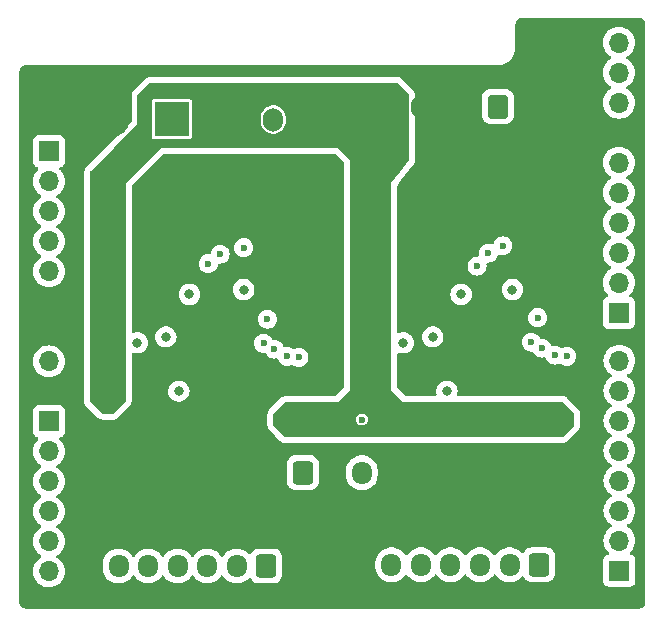
<source format=gbr>
%TF.GenerationSoftware,KiCad,Pcbnew,8.0.6*%
%TF.CreationDate,2025-01-21T14:15:01+01:00*%
%TF.ProjectId,Drivers_PCB,44726976-6572-4735-9f50-43422e6b6963,rev?*%
%TF.SameCoordinates,Original*%
%TF.FileFunction,Copper,L4,Bot*%
%TF.FilePolarity,Positive*%
%FSLAX46Y46*%
G04 Gerber Fmt 4.6, Leading zero omitted, Abs format (unit mm)*
G04 Created by KiCad (PCBNEW 8.0.6) date 2025-01-21 14:15:01*
%MOMM*%
%LPD*%
G01*
G04 APERTURE LIST*
G04 Aperture macros list*
%AMRoundRect*
0 Rectangle with rounded corners*
0 $1 Rounding radius*
0 $2 $3 $4 $5 $6 $7 $8 $9 X,Y pos of 4 corners*
0 Add a 4 corners polygon primitive as box body*
4,1,4,$2,$3,$4,$5,$6,$7,$8,$9,$2,$3,0*
0 Add four circle primitives for the rounded corners*
1,1,$1+$1,$2,$3*
1,1,$1+$1,$4,$5*
1,1,$1+$1,$6,$7*
1,1,$1+$1,$8,$9*
0 Add four rect primitives between the rounded corners*
20,1,$1+$1,$2,$3,$4,$5,0*
20,1,$1+$1,$4,$5,$6,$7,0*
20,1,$1+$1,$6,$7,$8,$9,0*
20,1,$1+$1,$8,$9,$2,$3,0*%
G04 Aperture macros list end*
%TA.AperFunction,ComponentPad*%
%ADD10R,3.000000X3.000000*%
%TD*%
%TA.AperFunction,ComponentPad*%
%ADD11C,3.000000*%
%TD*%
%TA.AperFunction,ComponentPad*%
%ADD12RoundRect,0.250000X0.600000X0.725000X-0.600000X0.725000X-0.600000X-0.725000X0.600000X-0.725000X0*%
%TD*%
%TA.AperFunction,ComponentPad*%
%ADD13O,1.700000X1.950000*%
%TD*%
%TA.AperFunction,ComponentPad*%
%ADD14RoundRect,0.250000X-0.600000X-0.750000X0.600000X-0.750000X0.600000X0.750000X-0.600000X0.750000X0*%
%TD*%
%TA.AperFunction,ComponentPad*%
%ADD15O,1.700000X2.000000*%
%TD*%
%TA.AperFunction,ComponentPad*%
%ADD16RoundRect,0.250000X-0.600000X-0.725000X0.600000X-0.725000X0.600000X0.725000X-0.600000X0.725000X0*%
%TD*%
%TA.AperFunction,ComponentPad*%
%ADD17RoundRect,0.250000X0.600000X0.750000X-0.600000X0.750000X-0.600000X-0.750000X0.600000X-0.750000X0*%
%TD*%
%TA.AperFunction,ComponentPad*%
%ADD18R,1.700000X1.700000*%
%TD*%
%TA.AperFunction,ComponentPad*%
%ADD19O,1.700000X1.700000*%
%TD*%
%TA.AperFunction,ViaPad*%
%ADD20C,0.600000*%
%TD*%
%TA.AperFunction,ViaPad*%
%ADD21C,0.800000*%
%TD*%
G04 APERTURE END LIST*
D10*
%TO.P,J1,1,Pin_1*%
%TO.N,Net-(J1-Pin_1)*%
X105390000Y-52050000D03*
D11*
%TO.P,J1,2,Pin_2*%
%TO.N,GND*%
X100310000Y-52050000D03*
%TD*%
D12*
%TO.P,J5,1,Pin_1*%
%TO.N,unconnected-(J5-Pin_1-Pad1)*%
X136500000Y-89800000D03*
D13*
%TO.P,J5,2,Pin_2*%
%TO.N,GREEN2*%
X134000000Y-89800000D03*
%TO.P,J5,3,Pin_3*%
%TO.N,BLACK2*%
X131500000Y-89800000D03*
%TO.P,J5,4,Pin_4*%
%TO.N,BLUE2*%
X129000000Y-89800000D03*
%TO.P,J5,5,Pin_5*%
%TO.N,RED2*%
X126500000Y-89800000D03*
%TO.P,J5,6,Pin_6*%
%TO.N,unconnected-(J5-Pin_6-Pad6)*%
X124000000Y-89800000D03*
%TD*%
D14*
%TO.P,J6,1,Pin_1*%
%TO.N,IR_LED*%
X133000000Y-51000000D03*
D15*
%TO.P,J6,2,Pin_2*%
%TO.N,GND*%
X135500000Y-51000000D03*
%TD*%
D12*
%TO.P,J3,1,Pin_1*%
%TO.N,unconnected-(J3-Pin_1-Pad1)*%
X113400000Y-89900000D03*
D13*
%TO.P,J3,2,Pin_2*%
%TO.N,GREEN1*%
X110900000Y-89900000D03*
%TO.P,J3,3,Pin_3*%
%TO.N,BLACK1*%
X108400000Y-89900000D03*
%TO.P,J3,4,Pin_4*%
%TO.N,BLUE1*%
X105900000Y-89900000D03*
%TO.P,J3,5,Pin_5*%
%TO.N,RED1*%
X103400000Y-89900000D03*
%TO.P,J3,6,Pin_6*%
%TO.N,unconnected-(J3-Pin_6-Pad6)*%
X100900000Y-89900000D03*
%TD*%
D16*
%TO.P,J4,1,Pin_1*%
%TO.N,EOC_SWITCH*%
X116500000Y-82000000D03*
D13*
%TO.P,J4,2,Pin_2*%
%TO.N,GND*%
X119000000Y-82000000D03*
%TO.P,J4,3,Pin_3*%
%TO.N,VDD*%
X121500000Y-82000000D03*
%TD*%
D17*
%TO.P,J11,1,Pin_1*%
%TO.N,VBB*%
X116500000Y-52100000D03*
D15*
%TO.P,J11,2,Pin_2*%
%TO.N,Net-(J1-Pin_1)*%
X114000000Y-52100000D03*
%TD*%
D14*
%TO.P,J2,1,Pin_1*%
%TO.N,VBB*%
X124000000Y-51000000D03*
D15*
%TO.P,J2,2,Pin_2*%
%TO.N,GND*%
X126500000Y-51000000D03*
%TD*%
D18*
%TO.P,J8,1,Pin_1*%
%TO.N,EN1*%
X95000000Y-77650000D03*
D19*
%TO.P,J8,2,Pin_2*%
%TO.N,EN2*%
X95000000Y-80190000D03*
%TO.P,J8,3,Pin_3*%
%TO.N,EOC_SWITCH*%
X95000000Y-82730000D03*
%TO.P,J8,4,Pin_4*%
%TO.N,unconnected-(J8-Pin_4-Pad4)*%
X95000000Y-85270000D03*
%TO.P,J8,5,Pin_5*%
%TO.N,unconnected-(J8-Pin_5-Pad5)*%
X95000000Y-87810000D03*
%TO.P,J8,6,Pin_6*%
%TO.N,unconnected-(J8-Pin_6-Pad6)*%
X95000000Y-90350000D03*
%TD*%
D18*
%TO.P,J7,1,Pin_1*%
%TO.N,unconnected-(J7-Pin_1-Pad1)*%
X95000000Y-54790000D03*
D19*
%TO.P,J7,2,Pin_2*%
%TO.N,unconnected-(J7-Pin_2-Pad2)*%
X95000000Y-57330000D03*
%TO.P,J7,3,Pin_3*%
%TO.N,unconnected-(J7-Pin_3-Pad3)*%
X95000000Y-59870000D03*
%TO.P,J7,4,Pin_4*%
%TO.N,VREF*%
X95000000Y-62410000D03*
%TO.P,J7,5,Pin_5*%
%TO.N,VDD*%
X95000000Y-64950000D03*
%TO.P,J7,6,Pin_6*%
%TO.N,GND*%
X95000000Y-67490000D03*
%TO.P,J7,7,Pin_7*%
X95000000Y-70030000D03*
%TO.P,J7,8,Pin_8*%
%TO.N,unconnected-(J7-Pin_8-Pad8)*%
X95000000Y-72570000D03*
%TD*%
D18*
%TO.P,J9,1,Pin_1*%
%TO.N,MS1*%
X143250000Y-68450000D03*
D19*
%TO.P,J9,2,Pin_2*%
%TO.N,MS2*%
X143250000Y-65910000D03*
%TO.P,J9,3,Pin_3*%
%TO.N,MS3*%
X143250000Y-63370000D03*
%TO.P,J9,4,Pin_4*%
%TO.N,STEP1*%
X143250000Y-60830000D03*
%TO.P,J9,5,Pin_5*%
%TO.N,IR_LED*%
X143250000Y-58290000D03*
%TO.P,J9,6,Pin_6*%
%TO.N,STEP2*%
X143250000Y-55750000D03*
%TO.P,J9,7,Pin_7*%
%TO.N,GND*%
X143250000Y-53210000D03*
%TO.P,J9,8,Pin_8*%
%TO.N,unconnected-(J9-Pin_8-Pad8)*%
X143250000Y-50670000D03*
%TO.P,J9,9,Pin_9*%
%TO.N,unconnected-(J9-Pin_9-Pad9)*%
X143250000Y-48130000D03*
%TO.P,J9,10,Pin_10*%
%TO.N,unconnected-(J9-Pin_10-Pad10)*%
X143250000Y-45590000D03*
%TD*%
D18*
%TO.P,J10,1,Pin_1*%
%TO.N,unconnected-(J10-Pin_1-Pad1)*%
X143300000Y-90290000D03*
D19*
%TO.P,J10,2,Pin_2*%
%TO.N,unconnected-(J10-Pin_2-Pad2)*%
X143300000Y-87750000D03*
%TO.P,J10,3,Pin_3*%
%TO.N,SLEEP1*%
X143300000Y-85210000D03*
%TO.P,J10,4,Pin_4*%
%TO.N,SLEEP2*%
X143300000Y-82670000D03*
%TO.P,J10,5,Pin_5*%
%TO.N,RESET1*%
X143300000Y-80130000D03*
%TO.P,J10,6,Pin_6*%
%TO.N,RESET2*%
X143300000Y-77590000D03*
%TO.P,J10,7,Pin_7*%
%TO.N,DIR1*%
X143300000Y-75050000D03*
%TO.P,J10,8,Pin_8*%
%TO.N,DIR2*%
X143300000Y-72510000D03*
%TD*%
D20*
%TO.N,GND*%
X131750000Y-72000000D03*
X110000000Y-70000000D03*
X108000000Y-71000000D03*
X109000000Y-71000000D03*
X110000000Y-72000000D03*
X130750000Y-71000000D03*
X119500000Y-66500000D03*
X108000000Y-70000000D03*
X132750000Y-71000000D03*
X132750000Y-72000000D03*
X110000000Y-71000000D03*
X109000000Y-72000000D03*
X131750000Y-70000000D03*
X130750000Y-72000000D03*
X109000000Y-70000000D03*
X125500000Y-66500000D03*
X131750000Y-71000000D03*
X108000000Y-72000000D03*
X130750000Y-70000000D03*
X132750000Y-70000000D03*
D21*
%TO.N,VBB*%
X115500000Y-77500000D03*
X123300000Y-75000000D03*
X122000000Y-59500000D03*
X138500000Y-77500000D03*
X100000000Y-75000000D03*
%TO.N,VDD*%
X111500000Y-66500000D03*
X134250000Y-66500000D03*
%TO.N,BLUE1*%
X106000000Y-75100000D03*
%TO.N,GREEN1*%
X106900000Y-66900000D03*
%TO.N,RED1*%
X102500000Y-71000000D03*
%TO.N,BLACK1*%
X104900000Y-70500000D03*
%TO.N,RED2*%
X125000000Y-71000000D03*
D20*
%TO.N,SLEEP1*%
X113500000Y-69000000D03*
D21*
%TO.N,BLACK2*%
X127500000Y-70500000D03*
%TO.N,BLUE2*%
X128700000Y-75100000D03*
%TO.N,GREEN2*%
X129900000Y-66900000D03*
D20*
%TO.N,RESET1*%
X116170000Y-72240000D03*
%TO.N,DIR1*%
X108500000Y-64300000D03*
%TO.N,STEP1*%
X111493760Y-62950000D03*
%TO.N,MS3*%
X135850000Y-70950000D03*
X113170000Y-71040000D03*
%TO.N,MS1*%
X115170000Y-72140000D03*
X137850000Y-72050000D03*
%TO.N,MS2*%
X136750000Y-71450000D03*
X114070000Y-71540000D03*
%TO.N,STEP2*%
X133430000Y-62800000D03*
%TO.N,EN2*%
X121500000Y-77500000D03*
%TO.N,RESET2*%
X138850000Y-72150000D03*
%TO.N,DIR2*%
X131250000Y-64500000D03*
%TO.N,SLEEP2*%
X136375000Y-68875000D03*
%TO.N,VREF*%
X109500000Y-63500000D03*
X132200000Y-63410000D03*
%TD*%
%TA.AperFunction,Conductor*%
%TO.N,VBB*%
G36*
X124515677Y-49019685D02*
G01*
X124536319Y-49036319D01*
X125463681Y-49963681D01*
X125497166Y-50025004D01*
X125500000Y-50051362D01*
X125500000Y-50494459D01*
X125491403Y-50537681D01*
X125491638Y-50537753D01*
X125490914Y-50540138D01*
X125490562Y-50541910D01*
X125489870Y-50543580D01*
X125489868Y-50543587D01*
X125449500Y-50746530D01*
X125449500Y-51253469D01*
X125489868Y-51456413D01*
X125489871Y-51456424D01*
X125490559Y-51458084D01*
X125490909Y-51459846D01*
X125491639Y-51462251D01*
X125491402Y-51462322D01*
X125500000Y-51505541D01*
X125500000Y-55458666D01*
X125480315Y-55525705D01*
X125475200Y-55533066D01*
X124750000Y-56500000D01*
X124000000Y-57500000D01*
X124000000Y-63500000D01*
X124000000Y-79000000D01*
X120500000Y-79000000D01*
X120500000Y-77500000D01*
X120994353Y-77500000D01*
X121014834Y-77642456D01*
X121074622Y-77773371D01*
X121074623Y-77773373D01*
X121168872Y-77882143D01*
X121289947Y-77959953D01*
X121289950Y-77959954D01*
X121289949Y-77959954D01*
X121428036Y-78000499D01*
X121428038Y-78000500D01*
X121428039Y-78000500D01*
X121571962Y-78000500D01*
X121571962Y-78000499D01*
X121710053Y-77959953D01*
X121831128Y-77882143D01*
X121925377Y-77773373D01*
X121985165Y-77642457D01*
X122005647Y-77500000D01*
X121985165Y-77357543D01*
X121925377Y-77226627D01*
X121831128Y-77117857D01*
X121710053Y-77040047D01*
X121710051Y-77040046D01*
X121710049Y-77040045D01*
X121710050Y-77040045D01*
X121571963Y-76999500D01*
X121571961Y-76999500D01*
X121428039Y-76999500D01*
X121428036Y-76999500D01*
X121289949Y-77040045D01*
X121168873Y-77117856D01*
X121074623Y-77226626D01*
X121074622Y-77226628D01*
X121014834Y-77357543D01*
X120994353Y-77500000D01*
X120500000Y-77500000D01*
X120500000Y-66000000D01*
X120500000Y-55500000D01*
X119500000Y-54500000D01*
X104499999Y-54500000D01*
X101500000Y-57499999D01*
X101500000Y-75948638D01*
X101480315Y-76015677D01*
X101463681Y-76036319D01*
X100536319Y-76963681D01*
X100474996Y-76997166D01*
X100448638Y-77000000D01*
X99551362Y-77000000D01*
X99484323Y-76980315D01*
X99463681Y-76963681D01*
X98536319Y-76036319D01*
X98502834Y-75974996D01*
X98500000Y-75948638D01*
X98500000Y-56551362D01*
X98519685Y-56484323D01*
X98536319Y-56463681D01*
X100500000Y-54500000D01*
X102500000Y-52500000D01*
X102500000Y-50530247D01*
X103689500Y-50530247D01*
X103689500Y-53569752D01*
X103701131Y-53628229D01*
X103701132Y-53628230D01*
X103745447Y-53694552D01*
X103811769Y-53738867D01*
X103811770Y-53738868D01*
X103870247Y-53750499D01*
X103870250Y-53750500D01*
X103870252Y-53750500D01*
X106909750Y-53750500D01*
X106909751Y-53750499D01*
X106924568Y-53747552D01*
X106968229Y-53738868D01*
X106968229Y-53738867D01*
X106968231Y-53738867D01*
X107034552Y-53694552D01*
X107078867Y-53628231D01*
X107078867Y-53628229D01*
X107078868Y-53628229D01*
X107090499Y-53569752D01*
X107090500Y-53569750D01*
X107090500Y-51846530D01*
X112949500Y-51846530D01*
X112949500Y-52353469D01*
X112989868Y-52556412D01*
X112989870Y-52556420D01*
X113069058Y-52747596D01*
X113184024Y-52919657D01*
X113330342Y-53065975D01*
X113330345Y-53065977D01*
X113502402Y-53180941D01*
X113693580Y-53260130D01*
X113896530Y-53300499D01*
X113896534Y-53300500D01*
X113896535Y-53300500D01*
X114103466Y-53300500D01*
X114103467Y-53300499D01*
X114306420Y-53260130D01*
X114497598Y-53180941D01*
X114669655Y-53065977D01*
X114815977Y-52919655D01*
X114930941Y-52747598D01*
X115010130Y-52556420D01*
X115050500Y-52353465D01*
X115050500Y-51846535D01*
X115010130Y-51643580D01*
X114930941Y-51452402D01*
X114815977Y-51280345D01*
X114815975Y-51280342D01*
X114669657Y-51134024D01*
X114583626Y-51076541D01*
X114497598Y-51019059D01*
X114306420Y-50939870D01*
X114306412Y-50939868D01*
X114103469Y-50899500D01*
X114103465Y-50899500D01*
X113896535Y-50899500D01*
X113896530Y-50899500D01*
X113693587Y-50939868D01*
X113693579Y-50939870D01*
X113502403Y-51019058D01*
X113330342Y-51134024D01*
X113184024Y-51280342D01*
X113069058Y-51452403D01*
X112989870Y-51643579D01*
X112989868Y-51643587D01*
X112949500Y-51846530D01*
X107090500Y-51846530D01*
X107090500Y-50530249D01*
X107090499Y-50530247D01*
X107078868Y-50471770D01*
X107078867Y-50471769D01*
X107034552Y-50405447D01*
X106968230Y-50361132D01*
X106968229Y-50361131D01*
X106909752Y-50349500D01*
X106909748Y-50349500D01*
X103870252Y-50349500D01*
X103870247Y-50349500D01*
X103811770Y-50361131D01*
X103811769Y-50361132D01*
X103745447Y-50405447D01*
X103701132Y-50471769D01*
X103701131Y-50471770D01*
X103689500Y-50530247D01*
X102500000Y-50530247D01*
X102500000Y-50051362D01*
X102519685Y-49984323D01*
X102536319Y-49963681D01*
X103463681Y-49036319D01*
X103525004Y-49002834D01*
X103551362Y-49000000D01*
X124448638Y-49000000D01*
X124515677Y-49019685D01*
G37*
%TD.AperFunction*%
%TD*%
%TA.AperFunction,Conductor*%
%TO.N,GND*%
G36*
X145006922Y-43501280D02*
G01*
X145097266Y-43511459D01*
X145124331Y-43517636D01*
X145203540Y-43545352D01*
X145228553Y-43557398D01*
X145299606Y-43602043D01*
X145321313Y-43619355D01*
X145380644Y-43678686D01*
X145397957Y-43700395D01*
X145442600Y-43771444D01*
X145454648Y-43796462D01*
X145482362Y-43875666D01*
X145488540Y-43902735D01*
X145498720Y-43993076D01*
X145499500Y-44006961D01*
X145499500Y-92993038D01*
X145498720Y-93006923D01*
X145488540Y-93097264D01*
X145482362Y-93124333D01*
X145454648Y-93203537D01*
X145442600Y-93228555D01*
X145397957Y-93299604D01*
X145380644Y-93321313D01*
X145321313Y-93380644D01*
X145299604Y-93397957D01*
X145228555Y-93442600D01*
X145203537Y-93454648D01*
X145124333Y-93482362D01*
X145097264Y-93488540D01*
X145017075Y-93497576D01*
X145006921Y-93498720D01*
X144993038Y-93499500D01*
X93006962Y-93499500D01*
X92993078Y-93498720D01*
X92980553Y-93497308D01*
X92902735Y-93488540D01*
X92875666Y-93482362D01*
X92796462Y-93454648D01*
X92771444Y-93442600D01*
X92700395Y-93397957D01*
X92678686Y-93380644D01*
X92619355Y-93321313D01*
X92602042Y-93299604D01*
X92557399Y-93228555D01*
X92545351Y-93203537D01*
X92517637Y-93124333D01*
X92511459Y-93097263D01*
X92501280Y-93006922D01*
X92500500Y-92993038D01*
X92500500Y-80189999D01*
X93644341Y-80189999D01*
X93644341Y-80190000D01*
X93664936Y-80425403D01*
X93664938Y-80425413D01*
X93726094Y-80653655D01*
X93726096Y-80653659D01*
X93726097Y-80653663D01*
X93797988Y-80807834D01*
X93825965Y-80867830D01*
X93825967Y-80867834D01*
X93961501Y-81061395D01*
X93961506Y-81061402D01*
X94128597Y-81228493D01*
X94128603Y-81228498D01*
X94314158Y-81358425D01*
X94357783Y-81413002D01*
X94364977Y-81482500D01*
X94333454Y-81544855D01*
X94314158Y-81561575D01*
X94128597Y-81691505D01*
X93961505Y-81858597D01*
X93825965Y-82052169D01*
X93825964Y-82052171D01*
X93726098Y-82266335D01*
X93726094Y-82266344D01*
X93664938Y-82494586D01*
X93664936Y-82494596D01*
X93644341Y-82729999D01*
X93644341Y-82730000D01*
X93664936Y-82965403D01*
X93664938Y-82965413D01*
X93726094Y-83193655D01*
X93726095Y-83193657D01*
X93726097Y-83193663D01*
X93797988Y-83347834D01*
X93825965Y-83407830D01*
X93825967Y-83407834D01*
X93961501Y-83601395D01*
X93961506Y-83601402D01*
X94128597Y-83768493D01*
X94128603Y-83768498D01*
X94314158Y-83898425D01*
X94357783Y-83953002D01*
X94364977Y-84022500D01*
X94333454Y-84084855D01*
X94314158Y-84101575D01*
X94128597Y-84231505D01*
X93961505Y-84398597D01*
X93825965Y-84592169D01*
X93825964Y-84592171D01*
X93726098Y-84806335D01*
X93726094Y-84806344D01*
X93664938Y-85034586D01*
X93664936Y-85034596D01*
X93644341Y-85269999D01*
X93644341Y-85270000D01*
X93664936Y-85505403D01*
X93664938Y-85505413D01*
X93726094Y-85733655D01*
X93726096Y-85733659D01*
X93726097Y-85733663D01*
X93797988Y-85887834D01*
X93825965Y-85947830D01*
X93825967Y-85947834D01*
X93961501Y-86141395D01*
X93961506Y-86141402D01*
X94128597Y-86308493D01*
X94128603Y-86308498D01*
X94314158Y-86438425D01*
X94357783Y-86493002D01*
X94364977Y-86562500D01*
X94333454Y-86624855D01*
X94314158Y-86641575D01*
X94128597Y-86771505D01*
X93961505Y-86938597D01*
X93825965Y-87132169D01*
X93825964Y-87132171D01*
X93726098Y-87346335D01*
X93726094Y-87346344D01*
X93664938Y-87574586D01*
X93664936Y-87574596D01*
X93644341Y-87809999D01*
X93644341Y-87810000D01*
X93664936Y-88045403D01*
X93664938Y-88045413D01*
X93726094Y-88273655D01*
X93726096Y-88273659D01*
X93726097Y-88273663D01*
X93797988Y-88427834D01*
X93825965Y-88487830D01*
X93825967Y-88487834D01*
X93961501Y-88681395D01*
X93961506Y-88681402D01*
X94128597Y-88848493D01*
X94128603Y-88848498D01*
X94314158Y-88978425D01*
X94357783Y-89033002D01*
X94364977Y-89102500D01*
X94333454Y-89164855D01*
X94314158Y-89181575D01*
X94128597Y-89311505D01*
X93961505Y-89478597D01*
X93825965Y-89672169D01*
X93825964Y-89672171D01*
X93726098Y-89886335D01*
X93726094Y-89886344D01*
X93664938Y-90114586D01*
X93664936Y-90114596D01*
X93644341Y-90349999D01*
X93644341Y-90350000D01*
X93664936Y-90585403D01*
X93664938Y-90585413D01*
X93726094Y-90813655D01*
X93726096Y-90813659D01*
X93726097Y-90813663D01*
X93784486Y-90938878D01*
X93825965Y-91027830D01*
X93825967Y-91027834D01*
X93888901Y-91117712D01*
X93961505Y-91221401D01*
X94128599Y-91388495D01*
X94225384Y-91456265D01*
X94322165Y-91524032D01*
X94322167Y-91524033D01*
X94322170Y-91524035D01*
X94536337Y-91623903D01*
X94536343Y-91623904D01*
X94536344Y-91623905D01*
X94591285Y-91638626D01*
X94764592Y-91685063D01*
X94952918Y-91701539D01*
X94999999Y-91705659D01*
X95000000Y-91705659D01*
X95000001Y-91705659D01*
X95039234Y-91702226D01*
X95235408Y-91685063D01*
X95463663Y-91623903D01*
X95677830Y-91524035D01*
X95871401Y-91388495D01*
X96038495Y-91221401D01*
X96174035Y-91027830D01*
X96273903Y-90813663D01*
X96335063Y-90585408D01*
X96355659Y-90350000D01*
X96354892Y-90341239D01*
X96346143Y-90241239D01*
X96335063Y-90114592D01*
X96273903Y-89886337D01*
X96174035Y-89672171D01*
X96171614Y-89668713D01*
X99549500Y-89668713D01*
X99549500Y-90131287D01*
X99582754Y-90341243D01*
X99585599Y-90350000D01*
X99648444Y-90543414D01*
X99744951Y-90732820D01*
X99869890Y-90904786D01*
X100020213Y-91055109D01*
X100192179Y-91180048D01*
X100192181Y-91180049D01*
X100192184Y-91180051D01*
X100381588Y-91276557D01*
X100583757Y-91342246D01*
X100793713Y-91375500D01*
X100793714Y-91375500D01*
X101006286Y-91375500D01*
X101006287Y-91375500D01*
X101216243Y-91342246D01*
X101418412Y-91276557D01*
X101607816Y-91180051D01*
X101693622Y-91117710D01*
X101779786Y-91055109D01*
X101779788Y-91055106D01*
X101779792Y-91055104D01*
X101930104Y-90904792D01*
X102049683Y-90740204D01*
X102105011Y-90697540D01*
X102174624Y-90691561D01*
X102236420Y-90724166D01*
X102250313Y-90740199D01*
X102353925Y-90882809D01*
X102369896Y-90904792D01*
X102520213Y-91055109D01*
X102692179Y-91180048D01*
X102692181Y-91180049D01*
X102692184Y-91180051D01*
X102881588Y-91276557D01*
X103083757Y-91342246D01*
X103293713Y-91375500D01*
X103293714Y-91375500D01*
X103506286Y-91375500D01*
X103506287Y-91375500D01*
X103716243Y-91342246D01*
X103918412Y-91276557D01*
X104107816Y-91180051D01*
X104193622Y-91117710D01*
X104279786Y-91055109D01*
X104279788Y-91055106D01*
X104279792Y-91055104D01*
X104430104Y-90904792D01*
X104549683Y-90740204D01*
X104605011Y-90697540D01*
X104674624Y-90691561D01*
X104736420Y-90724166D01*
X104750313Y-90740199D01*
X104853925Y-90882809D01*
X104869896Y-90904792D01*
X105020213Y-91055109D01*
X105192179Y-91180048D01*
X105192181Y-91180049D01*
X105192184Y-91180051D01*
X105381588Y-91276557D01*
X105583757Y-91342246D01*
X105793713Y-91375500D01*
X105793714Y-91375500D01*
X106006286Y-91375500D01*
X106006287Y-91375500D01*
X106216243Y-91342246D01*
X106418412Y-91276557D01*
X106607816Y-91180051D01*
X106693622Y-91117710D01*
X106779786Y-91055109D01*
X106779788Y-91055106D01*
X106779792Y-91055104D01*
X106930104Y-90904792D01*
X107049683Y-90740204D01*
X107105011Y-90697540D01*
X107174624Y-90691561D01*
X107236420Y-90724166D01*
X107250313Y-90740199D01*
X107353925Y-90882809D01*
X107369896Y-90904792D01*
X107520213Y-91055109D01*
X107692179Y-91180048D01*
X107692181Y-91180049D01*
X107692184Y-91180051D01*
X107881588Y-91276557D01*
X108083757Y-91342246D01*
X108293713Y-91375500D01*
X108293714Y-91375500D01*
X108506286Y-91375500D01*
X108506287Y-91375500D01*
X108716243Y-91342246D01*
X108918412Y-91276557D01*
X109107816Y-91180051D01*
X109193622Y-91117710D01*
X109279786Y-91055109D01*
X109279788Y-91055106D01*
X109279792Y-91055104D01*
X109430104Y-90904792D01*
X109549683Y-90740204D01*
X109605011Y-90697540D01*
X109674624Y-90691561D01*
X109736420Y-90724166D01*
X109750313Y-90740199D01*
X109853925Y-90882809D01*
X109869896Y-90904792D01*
X110020213Y-91055109D01*
X110192179Y-91180048D01*
X110192181Y-91180049D01*
X110192184Y-91180051D01*
X110381588Y-91276557D01*
X110583757Y-91342246D01*
X110793713Y-91375500D01*
X110793714Y-91375500D01*
X111006286Y-91375500D01*
X111006287Y-91375500D01*
X111216243Y-91342246D01*
X111418412Y-91276557D01*
X111607816Y-91180051D01*
X111779792Y-91055104D01*
X111918604Y-90916291D01*
X111979923Y-90882809D01*
X112049615Y-90887793D01*
X112105549Y-90929664D01*
X112111821Y-90938878D01*
X112115185Y-90944333D01*
X112115186Y-90944334D01*
X112207288Y-91093656D01*
X112331344Y-91217712D01*
X112480666Y-91309814D01*
X112647203Y-91364999D01*
X112749991Y-91375500D01*
X114050008Y-91375499D01*
X114152797Y-91364999D01*
X114319334Y-91309814D01*
X114468656Y-91217712D01*
X114592712Y-91093656D01*
X114684814Y-90944334D01*
X114739999Y-90777797D01*
X114750500Y-90675009D01*
X114750499Y-89568713D01*
X122649500Y-89568713D01*
X122649500Y-90031286D01*
X122665338Y-90131287D01*
X122682754Y-90241243D01*
X122718091Y-90350000D01*
X122748444Y-90443414D01*
X122844951Y-90632820D01*
X122969890Y-90804786D01*
X123120213Y-90955109D01*
X123292179Y-91080048D01*
X123292181Y-91080049D01*
X123292184Y-91080051D01*
X123481588Y-91176557D01*
X123683757Y-91242246D01*
X123893713Y-91275500D01*
X123893714Y-91275500D01*
X124106286Y-91275500D01*
X124106287Y-91275500D01*
X124316243Y-91242246D01*
X124518412Y-91176557D01*
X124707816Y-91080051D01*
X124779693Y-91027830D01*
X124879786Y-90955109D01*
X124879788Y-90955106D01*
X124879792Y-90955104D01*
X125030104Y-90804792D01*
X125149683Y-90640204D01*
X125205011Y-90597540D01*
X125274624Y-90591561D01*
X125336420Y-90624166D01*
X125350313Y-90640199D01*
X125417181Y-90732235D01*
X125469896Y-90804792D01*
X125620213Y-90955109D01*
X125792179Y-91080048D01*
X125792181Y-91080049D01*
X125792184Y-91080051D01*
X125981588Y-91176557D01*
X126183757Y-91242246D01*
X126393713Y-91275500D01*
X126393714Y-91275500D01*
X126606286Y-91275500D01*
X126606287Y-91275500D01*
X126816243Y-91242246D01*
X127018412Y-91176557D01*
X127207816Y-91080051D01*
X127279693Y-91027830D01*
X127379786Y-90955109D01*
X127379788Y-90955106D01*
X127379792Y-90955104D01*
X127530104Y-90804792D01*
X127649683Y-90640204D01*
X127705011Y-90597540D01*
X127774624Y-90591561D01*
X127836420Y-90624166D01*
X127850313Y-90640199D01*
X127917181Y-90732235D01*
X127969896Y-90804792D01*
X128120213Y-90955109D01*
X128292179Y-91080048D01*
X128292181Y-91080049D01*
X128292184Y-91080051D01*
X128481588Y-91176557D01*
X128683757Y-91242246D01*
X128893713Y-91275500D01*
X128893714Y-91275500D01*
X129106286Y-91275500D01*
X129106287Y-91275500D01*
X129316243Y-91242246D01*
X129518412Y-91176557D01*
X129707816Y-91080051D01*
X129779693Y-91027830D01*
X129879786Y-90955109D01*
X129879788Y-90955106D01*
X129879792Y-90955104D01*
X130030104Y-90804792D01*
X130149683Y-90640204D01*
X130205011Y-90597540D01*
X130274624Y-90591561D01*
X130336420Y-90624166D01*
X130350313Y-90640199D01*
X130417181Y-90732235D01*
X130469896Y-90804792D01*
X130620213Y-90955109D01*
X130792179Y-91080048D01*
X130792181Y-91080049D01*
X130792184Y-91080051D01*
X130981588Y-91176557D01*
X131183757Y-91242246D01*
X131393713Y-91275500D01*
X131393714Y-91275500D01*
X131606286Y-91275500D01*
X131606287Y-91275500D01*
X131816243Y-91242246D01*
X132018412Y-91176557D01*
X132207816Y-91080051D01*
X132279693Y-91027830D01*
X132379786Y-90955109D01*
X132379788Y-90955106D01*
X132379792Y-90955104D01*
X132530104Y-90804792D01*
X132649683Y-90640204D01*
X132705011Y-90597540D01*
X132774624Y-90591561D01*
X132836420Y-90624166D01*
X132850313Y-90640199D01*
X132917181Y-90732235D01*
X132969896Y-90804792D01*
X133120213Y-90955109D01*
X133292179Y-91080048D01*
X133292181Y-91080049D01*
X133292184Y-91080051D01*
X133481588Y-91176557D01*
X133683757Y-91242246D01*
X133893713Y-91275500D01*
X133893714Y-91275500D01*
X134106286Y-91275500D01*
X134106287Y-91275500D01*
X134316243Y-91242246D01*
X134518412Y-91176557D01*
X134707816Y-91080051D01*
X134879792Y-90955104D01*
X135018604Y-90816291D01*
X135079923Y-90782809D01*
X135149615Y-90787793D01*
X135205549Y-90829664D01*
X135211821Y-90838878D01*
X135215185Y-90844333D01*
X135215186Y-90844334D01*
X135307288Y-90993656D01*
X135431344Y-91117712D01*
X135580666Y-91209814D01*
X135747203Y-91264999D01*
X135849991Y-91275500D01*
X137150008Y-91275499D01*
X137252797Y-91264999D01*
X137419334Y-91209814D01*
X137568656Y-91117712D01*
X137692712Y-90993656D01*
X137784814Y-90844334D01*
X137839999Y-90677797D01*
X137850500Y-90575009D01*
X137850499Y-89024992D01*
X137847558Y-88996206D01*
X137839999Y-88922203D01*
X137839998Y-88922200D01*
X137831054Y-88895208D01*
X137784814Y-88755666D01*
X137692712Y-88606344D01*
X137568656Y-88482288D01*
X137419334Y-88390186D01*
X137252797Y-88335001D01*
X137252795Y-88335000D01*
X137150010Y-88324500D01*
X135849998Y-88324500D01*
X135849981Y-88324501D01*
X135747203Y-88335000D01*
X135747200Y-88335001D01*
X135580668Y-88390185D01*
X135580663Y-88390187D01*
X135431342Y-88482289D01*
X135307289Y-88606342D01*
X135211821Y-88761121D01*
X135159873Y-88807845D01*
X135090910Y-88819068D01*
X135026828Y-88791224D01*
X135018601Y-88783705D01*
X134879786Y-88644890D01*
X134707820Y-88519951D01*
X134518414Y-88423444D01*
X134518413Y-88423443D01*
X134518412Y-88423443D01*
X134316243Y-88357754D01*
X134316241Y-88357753D01*
X134316240Y-88357753D01*
X134154957Y-88332208D01*
X134106287Y-88324500D01*
X133893713Y-88324500D01*
X133845042Y-88332208D01*
X133683760Y-88357753D01*
X133481585Y-88423444D01*
X133292179Y-88519951D01*
X133120213Y-88644890D01*
X132969894Y-88795209D01*
X132969890Y-88795214D01*
X132850318Y-88959793D01*
X132794989Y-89002459D01*
X132725375Y-89008438D01*
X132663580Y-88975833D01*
X132649682Y-88959793D01*
X132530109Y-88795214D01*
X132530105Y-88795209D01*
X132379786Y-88644890D01*
X132207820Y-88519951D01*
X132018414Y-88423444D01*
X132018413Y-88423443D01*
X132018412Y-88423443D01*
X131816243Y-88357754D01*
X131816241Y-88357753D01*
X131816240Y-88357753D01*
X131654957Y-88332208D01*
X131606287Y-88324500D01*
X131393713Y-88324500D01*
X131345042Y-88332208D01*
X131183760Y-88357753D01*
X130981585Y-88423444D01*
X130792179Y-88519951D01*
X130620213Y-88644890D01*
X130469894Y-88795209D01*
X130469890Y-88795214D01*
X130350318Y-88959793D01*
X130294989Y-89002459D01*
X130225375Y-89008438D01*
X130163580Y-88975833D01*
X130149682Y-88959793D01*
X130030109Y-88795214D01*
X130030105Y-88795209D01*
X129879786Y-88644890D01*
X129707820Y-88519951D01*
X129518414Y-88423444D01*
X129518413Y-88423443D01*
X129518412Y-88423443D01*
X129316243Y-88357754D01*
X129316241Y-88357753D01*
X129316240Y-88357753D01*
X129154957Y-88332208D01*
X129106287Y-88324500D01*
X128893713Y-88324500D01*
X128845042Y-88332208D01*
X128683760Y-88357753D01*
X128481585Y-88423444D01*
X128292179Y-88519951D01*
X128120213Y-88644890D01*
X127969894Y-88795209D01*
X127969890Y-88795214D01*
X127850318Y-88959793D01*
X127794989Y-89002459D01*
X127725375Y-89008438D01*
X127663580Y-88975833D01*
X127649682Y-88959793D01*
X127530109Y-88795214D01*
X127530105Y-88795209D01*
X127379786Y-88644890D01*
X127207820Y-88519951D01*
X127018414Y-88423444D01*
X127018413Y-88423443D01*
X127018412Y-88423443D01*
X126816243Y-88357754D01*
X126816241Y-88357753D01*
X126816240Y-88357753D01*
X126654957Y-88332208D01*
X126606287Y-88324500D01*
X126393713Y-88324500D01*
X126345042Y-88332208D01*
X126183760Y-88357753D01*
X125981585Y-88423444D01*
X125792179Y-88519951D01*
X125620213Y-88644890D01*
X125469894Y-88795209D01*
X125469890Y-88795214D01*
X125350318Y-88959793D01*
X125294989Y-89002459D01*
X125225375Y-89008438D01*
X125163580Y-88975833D01*
X125149682Y-88959793D01*
X125030109Y-88795214D01*
X125030105Y-88795209D01*
X124879786Y-88644890D01*
X124707820Y-88519951D01*
X124518414Y-88423444D01*
X124518413Y-88423443D01*
X124518412Y-88423443D01*
X124316243Y-88357754D01*
X124316241Y-88357753D01*
X124316240Y-88357753D01*
X124154957Y-88332208D01*
X124106287Y-88324500D01*
X123893713Y-88324500D01*
X123845042Y-88332208D01*
X123683760Y-88357753D01*
X123481585Y-88423444D01*
X123292179Y-88519951D01*
X123120213Y-88644890D01*
X122969890Y-88795213D01*
X122844951Y-88967179D01*
X122748444Y-89156585D01*
X122682753Y-89358760D01*
X122649500Y-89568713D01*
X114750499Y-89568713D01*
X114750499Y-89124992D01*
X114748201Y-89102500D01*
X114739999Y-89022203D01*
X114739998Y-89022200D01*
X114719318Y-88959793D01*
X114684814Y-88855666D01*
X114592712Y-88706344D01*
X114468656Y-88582288D01*
X114319334Y-88490186D01*
X114152797Y-88435001D01*
X114152795Y-88435000D01*
X114050010Y-88424500D01*
X112749998Y-88424500D01*
X112749981Y-88424501D01*
X112647203Y-88435000D01*
X112647200Y-88435001D01*
X112480668Y-88490185D01*
X112480663Y-88490187D01*
X112331342Y-88582289D01*
X112207289Y-88706342D01*
X112111821Y-88861121D01*
X112059873Y-88907845D01*
X111990910Y-88919068D01*
X111926828Y-88891224D01*
X111918601Y-88883705D01*
X111779786Y-88744890D01*
X111607820Y-88619951D01*
X111418414Y-88523444D01*
X111418413Y-88523443D01*
X111418412Y-88523443D01*
X111216243Y-88457754D01*
X111216241Y-88457753D01*
X111216240Y-88457753D01*
X111054957Y-88432208D01*
X111006287Y-88424500D01*
X110793713Y-88424500D01*
X110745042Y-88432208D01*
X110583760Y-88457753D01*
X110381585Y-88523444D01*
X110192179Y-88619951D01*
X110020213Y-88744890D01*
X109869894Y-88895209D01*
X109869890Y-88895214D01*
X109750318Y-89059793D01*
X109694989Y-89102459D01*
X109625375Y-89108438D01*
X109563580Y-89075833D01*
X109549682Y-89059793D01*
X109430109Y-88895214D01*
X109430105Y-88895209D01*
X109279786Y-88744890D01*
X109107820Y-88619951D01*
X108918414Y-88523444D01*
X108918413Y-88523443D01*
X108918412Y-88523443D01*
X108716243Y-88457754D01*
X108716241Y-88457753D01*
X108716240Y-88457753D01*
X108554957Y-88432208D01*
X108506287Y-88424500D01*
X108293713Y-88424500D01*
X108245042Y-88432208D01*
X108083760Y-88457753D01*
X107881585Y-88523444D01*
X107692179Y-88619951D01*
X107520213Y-88744890D01*
X107369894Y-88895209D01*
X107369890Y-88895214D01*
X107250318Y-89059793D01*
X107194989Y-89102459D01*
X107125375Y-89108438D01*
X107063580Y-89075833D01*
X107049682Y-89059793D01*
X106930109Y-88895214D01*
X106930105Y-88895209D01*
X106779786Y-88744890D01*
X106607820Y-88619951D01*
X106418414Y-88523444D01*
X106418413Y-88523443D01*
X106418412Y-88523443D01*
X106216243Y-88457754D01*
X106216241Y-88457753D01*
X106216240Y-88457753D01*
X106054957Y-88432208D01*
X106006287Y-88424500D01*
X105793713Y-88424500D01*
X105745042Y-88432208D01*
X105583760Y-88457753D01*
X105381585Y-88523444D01*
X105192179Y-88619951D01*
X105020213Y-88744890D01*
X104869894Y-88895209D01*
X104869890Y-88895214D01*
X104750318Y-89059793D01*
X104694989Y-89102459D01*
X104625375Y-89108438D01*
X104563580Y-89075833D01*
X104549682Y-89059793D01*
X104430109Y-88895214D01*
X104430105Y-88895209D01*
X104279786Y-88744890D01*
X104107820Y-88619951D01*
X103918414Y-88523444D01*
X103918413Y-88523443D01*
X103918412Y-88523443D01*
X103716243Y-88457754D01*
X103716241Y-88457753D01*
X103716240Y-88457753D01*
X103554957Y-88432208D01*
X103506287Y-88424500D01*
X103293713Y-88424500D01*
X103245042Y-88432208D01*
X103083760Y-88457753D01*
X102881585Y-88523444D01*
X102692179Y-88619951D01*
X102520213Y-88744890D01*
X102369894Y-88895209D01*
X102369890Y-88895214D01*
X102250318Y-89059793D01*
X102194989Y-89102459D01*
X102125375Y-89108438D01*
X102063580Y-89075833D01*
X102049682Y-89059793D01*
X101930109Y-88895214D01*
X101930105Y-88895209D01*
X101779786Y-88744890D01*
X101607820Y-88619951D01*
X101418414Y-88523444D01*
X101418413Y-88523443D01*
X101418412Y-88523443D01*
X101216243Y-88457754D01*
X101216241Y-88457753D01*
X101216240Y-88457753D01*
X101054957Y-88432208D01*
X101006287Y-88424500D01*
X100793713Y-88424500D01*
X100745042Y-88432208D01*
X100583760Y-88457753D01*
X100381585Y-88523444D01*
X100192179Y-88619951D01*
X100020213Y-88744890D01*
X99869890Y-88895213D01*
X99744951Y-89067179D01*
X99648444Y-89256585D01*
X99582753Y-89458760D01*
X99549500Y-89668713D01*
X96171614Y-89668713D01*
X96101594Y-89568713D01*
X96038494Y-89478597D01*
X95871402Y-89311506D01*
X95871396Y-89311501D01*
X95685842Y-89181575D01*
X95642217Y-89126998D01*
X95635023Y-89057500D01*
X95666546Y-88995145D01*
X95685842Y-88978425D01*
X95730451Y-88947189D01*
X95871401Y-88848495D01*
X96038495Y-88681401D01*
X96174035Y-88487830D01*
X96273903Y-88273663D01*
X96335063Y-88045408D01*
X96355659Y-87810000D01*
X96335063Y-87574592D01*
X96273903Y-87346337D01*
X96174035Y-87132171D01*
X96132022Y-87072169D01*
X96038494Y-86938597D01*
X95871402Y-86771506D01*
X95871396Y-86771501D01*
X95685842Y-86641575D01*
X95642217Y-86586998D01*
X95635023Y-86517500D01*
X95666546Y-86455145D01*
X95685842Y-86438425D01*
X95763519Y-86384035D01*
X95871401Y-86308495D01*
X96038495Y-86141401D01*
X96174035Y-85947830D01*
X96273903Y-85733663D01*
X96335063Y-85505408D01*
X96355659Y-85270000D01*
X96335063Y-85034592D01*
X96273903Y-84806337D01*
X96174035Y-84592171D01*
X96132022Y-84532169D01*
X96038494Y-84398597D01*
X95871402Y-84231506D01*
X95871396Y-84231501D01*
X95685842Y-84101575D01*
X95642217Y-84046998D01*
X95635023Y-83977500D01*
X95666546Y-83915145D01*
X95685842Y-83898425D01*
X95763519Y-83844035D01*
X95871401Y-83768495D01*
X96038495Y-83601401D01*
X96174035Y-83407830D01*
X96273903Y-83193663D01*
X96335063Y-82965408D01*
X96355659Y-82730000D01*
X96335063Y-82494592D01*
X96273903Y-82266337D01*
X96174035Y-82052171D01*
X96132022Y-81992169D01*
X96038494Y-81858597D01*
X95871402Y-81691506D01*
X95871396Y-81691501D01*
X95685842Y-81561575D01*
X95642217Y-81506998D01*
X95635023Y-81437500D01*
X95666546Y-81375145D01*
X95685842Y-81358425D01*
X95763519Y-81304035D01*
X95871401Y-81228495D01*
X95874913Y-81224983D01*
X115149500Y-81224983D01*
X115149500Y-82775001D01*
X115149501Y-82775018D01*
X115160000Y-82877796D01*
X115160001Y-82877799D01*
X115189032Y-82965408D01*
X115215186Y-83044334D01*
X115307288Y-83193656D01*
X115431344Y-83317712D01*
X115580666Y-83409814D01*
X115747203Y-83464999D01*
X115849991Y-83475500D01*
X117150008Y-83475499D01*
X117252797Y-83464999D01*
X117419334Y-83409814D01*
X117568656Y-83317712D01*
X117692712Y-83193656D01*
X117784814Y-83044334D01*
X117839999Y-82877797D01*
X117850500Y-82775009D01*
X117850499Y-81768713D01*
X120149500Y-81768713D01*
X120149500Y-82231286D01*
X120181700Y-82434592D01*
X120182754Y-82441243D01*
X120200088Y-82494592D01*
X120248444Y-82643414D01*
X120344951Y-82832820D01*
X120469890Y-83004786D01*
X120620213Y-83155109D01*
X120792179Y-83280048D01*
X120792181Y-83280049D01*
X120792184Y-83280051D01*
X120981588Y-83376557D01*
X121183757Y-83442246D01*
X121393713Y-83475500D01*
X121393714Y-83475500D01*
X121606286Y-83475500D01*
X121606287Y-83475500D01*
X121816243Y-83442246D01*
X122018412Y-83376557D01*
X122207816Y-83280051D01*
X122229789Y-83264086D01*
X122379786Y-83155109D01*
X122379788Y-83155106D01*
X122379792Y-83155104D01*
X122530104Y-83004792D01*
X122530106Y-83004788D01*
X122530109Y-83004786D01*
X122655048Y-82832820D01*
X122655047Y-82832820D01*
X122655051Y-82832816D01*
X122751557Y-82643412D01*
X122817246Y-82441243D01*
X122850500Y-82231287D01*
X122850500Y-81768713D01*
X122817246Y-81558757D01*
X122751557Y-81356588D01*
X122655051Y-81167184D01*
X122655049Y-81167181D01*
X122655048Y-81167179D01*
X122530109Y-80995213D01*
X122379786Y-80844890D01*
X122207820Y-80719951D01*
X122018414Y-80623444D01*
X122018413Y-80623443D01*
X122018412Y-80623443D01*
X121816243Y-80557754D01*
X121816241Y-80557753D01*
X121816240Y-80557753D01*
X121654957Y-80532208D01*
X121606287Y-80524500D01*
X121393713Y-80524500D01*
X121345042Y-80532208D01*
X121183760Y-80557753D01*
X120981585Y-80623444D01*
X120792179Y-80719951D01*
X120620213Y-80844890D01*
X120469890Y-80995213D01*
X120344951Y-81167179D01*
X120248444Y-81356585D01*
X120182753Y-81558760D01*
X120149500Y-81768713D01*
X117850499Y-81768713D01*
X117850499Y-81224992D01*
X117839999Y-81122203D01*
X117784814Y-80955666D01*
X117692712Y-80806344D01*
X117568656Y-80682288D01*
X117424971Y-80593663D01*
X117419336Y-80590187D01*
X117419331Y-80590185D01*
X117417862Y-80589698D01*
X117252797Y-80535001D01*
X117252795Y-80535000D01*
X117150010Y-80524500D01*
X115849998Y-80524500D01*
X115849981Y-80524501D01*
X115747203Y-80535000D01*
X115747200Y-80535001D01*
X115580668Y-80590185D01*
X115580663Y-80590187D01*
X115431342Y-80682289D01*
X115307289Y-80806342D01*
X115215187Y-80955663D01*
X115215185Y-80955668D01*
X115187349Y-81039670D01*
X115160001Y-81122203D01*
X115160001Y-81122204D01*
X115160000Y-81122204D01*
X115149500Y-81224983D01*
X95874913Y-81224983D01*
X96038495Y-81061401D01*
X96174035Y-80867830D01*
X96273903Y-80653663D01*
X96335063Y-80425408D01*
X96355659Y-80190000D01*
X96335063Y-79954592D01*
X96273903Y-79726337D01*
X96174035Y-79512171D01*
X96169363Y-79505499D01*
X96038496Y-79318600D01*
X95978493Y-79258597D01*
X95916567Y-79196671D01*
X95883084Y-79135351D01*
X95888068Y-79065659D01*
X95929939Y-79009725D01*
X95960915Y-78992810D01*
X96092331Y-78943796D01*
X96207546Y-78857546D01*
X96293796Y-78742331D01*
X96344091Y-78607483D01*
X96350500Y-78547873D01*
X96350499Y-76752128D01*
X96344091Y-76692517D01*
X96326920Y-76646480D01*
X96293797Y-76557671D01*
X96293793Y-76557664D01*
X96207547Y-76442455D01*
X96207544Y-76442452D01*
X96092335Y-76356206D01*
X96092328Y-76356202D01*
X95957482Y-76305908D01*
X95957483Y-76305908D01*
X95897883Y-76299501D01*
X95897881Y-76299500D01*
X95897873Y-76299500D01*
X95897864Y-76299500D01*
X94102129Y-76299500D01*
X94102123Y-76299501D01*
X94042516Y-76305908D01*
X93907671Y-76356202D01*
X93907664Y-76356206D01*
X93792455Y-76442452D01*
X93792452Y-76442455D01*
X93706206Y-76557664D01*
X93706202Y-76557671D01*
X93655908Y-76692517D01*
X93652801Y-76721420D01*
X93649501Y-76752123D01*
X93649500Y-76752135D01*
X93649500Y-78547870D01*
X93649501Y-78547876D01*
X93655908Y-78607483D01*
X93706202Y-78742328D01*
X93706206Y-78742335D01*
X93792452Y-78857544D01*
X93792455Y-78857547D01*
X93907664Y-78943793D01*
X93907671Y-78943797D01*
X94039081Y-78992810D01*
X94095015Y-79034681D01*
X94119432Y-79100145D01*
X94104580Y-79168418D01*
X94083430Y-79196673D01*
X93961503Y-79318600D01*
X93825965Y-79512169D01*
X93825964Y-79512171D01*
X93726098Y-79726335D01*
X93726094Y-79726344D01*
X93664938Y-79954586D01*
X93664936Y-79954596D01*
X93644341Y-80189999D01*
X92500500Y-80189999D01*
X92500500Y-72569999D01*
X93644341Y-72569999D01*
X93644341Y-72570000D01*
X93664936Y-72805403D01*
X93664938Y-72805413D01*
X93726094Y-73033655D01*
X93726096Y-73033659D01*
X93726097Y-73033663D01*
X93797988Y-73187834D01*
X93825965Y-73247830D01*
X93825967Y-73247834D01*
X93919493Y-73381402D01*
X93961505Y-73441401D01*
X94128599Y-73608495D01*
X94225384Y-73676265D01*
X94322165Y-73744032D01*
X94322167Y-73744033D01*
X94322170Y-73744035D01*
X94536337Y-73843903D01*
X94764592Y-73905063D01*
X94952918Y-73921539D01*
X94999999Y-73925659D01*
X95000000Y-73925659D01*
X95000001Y-73925659D01*
X95039234Y-73922226D01*
X95235408Y-73905063D01*
X95463663Y-73843903D01*
X95677830Y-73744035D01*
X95871401Y-73608495D01*
X96038495Y-73441401D01*
X96174035Y-73247830D01*
X96273903Y-73033663D01*
X96335063Y-72805408D01*
X96355659Y-72570000D01*
X96335063Y-72334592D01*
X96273903Y-72106337D01*
X96174035Y-71892171D01*
X96172849Y-71890476D01*
X96038494Y-71698597D01*
X95871402Y-71531506D01*
X95871395Y-71531501D01*
X95677834Y-71395967D01*
X95677830Y-71395965D01*
X95618453Y-71368277D01*
X95463663Y-71296097D01*
X95463659Y-71296096D01*
X95463655Y-71296094D01*
X95235413Y-71234938D01*
X95235403Y-71234936D01*
X95000001Y-71214341D01*
X94999999Y-71214341D01*
X94764596Y-71234936D01*
X94764586Y-71234938D01*
X94536344Y-71296094D01*
X94536335Y-71296098D01*
X94322171Y-71395964D01*
X94322169Y-71395965D01*
X94128597Y-71531505D01*
X93961505Y-71698597D01*
X93825965Y-71892169D01*
X93825964Y-71892171D01*
X93726098Y-72106335D01*
X93726094Y-72106344D01*
X93664938Y-72334586D01*
X93664936Y-72334596D01*
X93644341Y-72569999D01*
X92500500Y-72569999D01*
X92500500Y-57329999D01*
X93644341Y-57329999D01*
X93644341Y-57330000D01*
X93664936Y-57565403D01*
X93664938Y-57565413D01*
X93726094Y-57793655D01*
X93726096Y-57793659D01*
X93726097Y-57793663D01*
X93825965Y-58007830D01*
X93825967Y-58007834D01*
X93961501Y-58201395D01*
X93961506Y-58201402D01*
X94128597Y-58368493D01*
X94128603Y-58368498D01*
X94314158Y-58498425D01*
X94357783Y-58553002D01*
X94364977Y-58622500D01*
X94333454Y-58684855D01*
X94314158Y-58701575D01*
X94128597Y-58831505D01*
X93961505Y-58998597D01*
X93825965Y-59192169D01*
X93825964Y-59192171D01*
X93726098Y-59406335D01*
X93726094Y-59406344D01*
X93664938Y-59634586D01*
X93664936Y-59634596D01*
X93644341Y-59869999D01*
X93644341Y-59870000D01*
X93664936Y-60105403D01*
X93664938Y-60105413D01*
X93726094Y-60333655D01*
X93726096Y-60333659D01*
X93726097Y-60333663D01*
X93825965Y-60547830D01*
X93825967Y-60547834D01*
X93961501Y-60741395D01*
X93961506Y-60741402D01*
X94128597Y-60908493D01*
X94128603Y-60908498D01*
X94314158Y-61038425D01*
X94357783Y-61093002D01*
X94364977Y-61162500D01*
X94333454Y-61224855D01*
X94314158Y-61241575D01*
X94128597Y-61371505D01*
X93961505Y-61538597D01*
X93825965Y-61732169D01*
X93825964Y-61732171D01*
X93726098Y-61946335D01*
X93726094Y-61946344D01*
X93664938Y-62174586D01*
X93664936Y-62174596D01*
X93644341Y-62409999D01*
X93644341Y-62410000D01*
X93664936Y-62645403D01*
X93664938Y-62645413D01*
X93726094Y-62873655D01*
X93726096Y-62873659D01*
X93726097Y-62873663D01*
X93813210Y-63060476D01*
X93825965Y-63087830D01*
X93825967Y-63087834D01*
X93961501Y-63281395D01*
X93961506Y-63281402D01*
X94128597Y-63448493D01*
X94128603Y-63448498D01*
X94314158Y-63578425D01*
X94357783Y-63633002D01*
X94364977Y-63702500D01*
X94333454Y-63764855D01*
X94314158Y-63781575D01*
X94128597Y-63911505D01*
X93961505Y-64078597D01*
X93825965Y-64272169D01*
X93825964Y-64272171D01*
X93726098Y-64486335D01*
X93726094Y-64486344D01*
X93664938Y-64714586D01*
X93664936Y-64714596D01*
X93644341Y-64949999D01*
X93644341Y-64950000D01*
X93664936Y-65185403D01*
X93664938Y-65185413D01*
X93726094Y-65413655D01*
X93726096Y-65413659D01*
X93726097Y-65413663D01*
X93825965Y-65627830D01*
X93825967Y-65627834D01*
X93887598Y-65715851D01*
X93961505Y-65821401D01*
X94128599Y-65988495D01*
X94225384Y-66056265D01*
X94322165Y-66124032D01*
X94322167Y-66124033D01*
X94322170Y-66124035D01*
X94536337Y-66223903D01*
X94536343Y-66223904D01*
X94536344Y-66223905D01*
X94548313Y-66227112D01*
X94764592Y-66285063D01*
X94952918Y-66301539D01*
X94999999Y-66305659D01*
X95000000Y-66305659D01*
X95000001Y-66305659D01*
X95039234Y-66302226D01*
X95235408Y-66285063D01*
X95463663Y-66223903D01*
X95677830Y-66124035D01*
X95871401Y-65988495D01*
X96038495Y-65821401D01*
X96174035Y-65627830D01*
X96273903Y-65413663D01*
X96335063Y-65185408D01*
X96355659Y-64950000D01*
X96335063Y-64714592D01*
X96273903Y-64486337D01*
X96174035Y-64272171D01*
X96152491Y-64241402D01*
X96038494Y-64078597D01*
X95871402Y-63911506D01*
X95871396Y-63911501D01*
X95685842Y-63781575D01*
X95642217Y-63726998D01*
X95635023Y-63657500D01*
X95666546Y-63595145D01*
X95685842Y-63578425D01*
X95712067Y-63560062D01*
X95871401Y-63448495D01*
X96038495Y-63281401D01*
X96174035Y-63087830D01*
X96273903Y-62873663D01*
X96335063Y-62645408D01*
X96355659Y-62410000D01*
X96335063Y-62174592D01*
X96273903Y-61946337D01*
X96174035Y-61732171D01*
X96152491Y-61701402D01*
X96038494Y-61538597D01*
X95871402Y-61371506D01*
X95871396Y-61371501D01*
X95685842Y-61241575D01*
X95642217Y-61186998D01*
X95635023Y-61117500D01*
X95666546Y-61055145D01*
X95685842Y-61038425D01*
X95708026Y-61022891D01*
X95871401Y-60908495D01*
X96038495Y-60741401D01*
X96174035Y-60547830D01*
X96273903Y-60333663D01*
X96335063Y-60105408D01*
X96355659Y-59870000D01*
X96335063Y-59634592D01*
X96273903Y-59406337D01*
X96174035Y-59192171D01*
X96152491Y-59161402D01*
X96038494Y-58998597D01*
X95871402Y-58831506D01*
X95871396Y-58831501D01*
X95685842Y-58701575D01*
X95642217Y-58646998D01*
X95635023Y-58577500D01*
X95666546Y-58515145D01*
X95685842Y-58498425D01*
X95708026Y-58482891D01*
X95871401Y-58368495D01*
X96038495Y-58201401D01*
X96174035Y-58007830D01*
X96273903Y-57793663D01*
X96335063Y-57565408D01*
X96355659Y-57330000D01*
X96335063Y-57094592D01*
X96273903Y-56866337D01*
X96174035Y-56652171D01*
X96152490Y-56621402D01*
X96103449Y-56551363D01*
X97994500Y-56551363D01*
X97994500Y-75948640D01*
X97997397Y-76002688D01*
X97997397Y-76002689D01*
X98000229Y-76029022D01*
X98000232Y-76029049D01*
X98008885Y-76082445D01*
X98008885Y-76082447D01*
X98012096Y-76091055D01*
X98059168Y-76217257D01*
X98092653Y-76278580D01*
X98178877Y-76393761D01*
X98178881Y-76393765D01*
X98178886Y-76393771D01*
X98694058Y-76908942D01*
X99106239Y-77321123D01*
X99106255Y-77321137D01*
X99106262Y-77321144D01*
X99146480Y-77357271D01*
X99146492Y-77357281D01*
X99146500Y-77357288D01*
X99167142Y-77373922D01*
X99211026Y-77405567D01*
X99341903Y-77465338D01*
X99408942Y-77485023D01*
X99408946Y-77485024D01*
X99551362Y-77505500D01*
X99551365Y-77505500D01*
X100448640Y-77505500D01*
X100458786Y-77504955D01*
X100502678Y-77502603D01*
X100502686Y-77502602D01*
X100502688Y-77502602D01*
X100502689Y-77502602D01*
X100509682Y-77501849D01*
X100529036Y-77499769D01*
X100529046Y-77499767D01*
X100529049Y-77499767D01*
X100538648Y-77498211D01*
X100582448Y-77491114D01*
X100717257Y-77440832D01*
X100778580Y-77407347D01*
X100893761Y-77321123D01*
X101821123Y-76393761D01*
X101857288Y-76353500D01*
X101873922Y-76332858D01*
X101905567Y-76288974D01*
X101965338Y-76158097D01*
X101985023Y-76091058D01*
X101985024Y-76091054D01*
X102005500Y-75948638D01*
X102005500Y-75100000D01*
X105094540Y-75100000D01*
X105114326Y-75288256D01*
X105114327Y-75288259D01*
X105172818Y-75468277D01*
X105172821Y-75468284D01*
X105267467Y-75632216D01*
X105353562Y-75727834D01*
X105394129Y-75772888D01*
X105547265Y-75884148D01*
X105547270Y-75884151D01*
X105720192Y-75961142D01*
X105720197Y-75961144D01*
X105905354Y-76000500D01*
X105905355Y-76000500D01*
X106094644Y-76000500D01*
X106094646Y-76000500D01*
X106279803Y-75961144D01*
X106452730Y-75884151D01*
X106605871Y-75772888D01*
X106732533Y-75632216D01*
X106827179Y-75468284D01*
X106885674Y-75288256D01*
X106905460Y-75100000D01*
X106885674Y-74911744D01*
X106827179Y-74731716D01*
X106732533Y-74567784D01*
X106605871Y-74427112D01*
X106605870Y-74427111D01*
X106452734Y-74315851D01*
X106452729Y-74315848D01*
X106279807Y-74238857D01*
X106279802Y-74238855D01*
X106134001Y-74207865D01*
X106094646Y-74199500D01*
X105905354Y-74199500D01*
X105872897Y-74206398D01*
X105720197Y-74238855D01*
X105720192Y-74238857D01*
X105547270Y-74315848D01*
X105547265Y-74315851D01*
X105394129Y-74427111D01*
X105267466Y-74567785D01*
X105172821Y-74731715D01*
X105172818Y-74731722D01*
X105145891Y-74814596D01*
X105114326Y-74911744D01*
X105094540Y-75100000D01*
X102005500Y-75100000D01*
X102005500Y-71956498D01*
X102025185Y-71889459D01*
X102077989Y-71843704D01*
X102147147Y-71833760D01*
X102179936Y-71843219D01*
X102220192Y-71861142D01*
X102220197Y-71861144D01*
X102405354Y-71900500D01*
X102405355Y-71900500D01*
X102594644Y-71900500D01*
X102594646Y-71900500D01*
X102779803Y-71861144D01*
X102952730Y-71784151D01*
X103105871Y-71672888D01*
X103232533Y-71532216D01*
X103327179Y-71368284D01*
X103385674Y-71188256D01*
X103405460Y-71000000D01*
X103385674Y-70811744D01*
X103327179Y-70631716D01*
X103251133Y-70500000D01*
X103994540Y-70500000D01*
X104014326Y-70688256D01*
X104014327Y-70688259D01*
X104072818Y-70868277D01*
X104072821Y-70868284D01*
X104167467Y-71032216D01*
X104228929Y-71100476D01*
X104294129Y-71172888D01*
X104447265Y-71284148D01*
X104447270Y-71284151D01*
X104620192Y-71361142D01*
X104620197Y-71361144D01*
X104805354Y-71400500D01*
X104805355Y-71400500D01*
X104994644Y-71400500D01*
X104994646Y-71400500D01*
X105179803Y-71361144D01*
X105352730Y-71284151D01*
X105505871Y-71172888D01*
X105625528Y-71039996D01*
X112364435Y-71039996D01*
X112364435Y-71040003D01*
X112384630Y-71219249D01*
X112384631Y-71219254D01*
X112444211Y-71389523D01*
X112485122Y-71454632D01*
X112540184Y-71542262D01*
X112667738Y-71669816D01*
X112677244Y-71675789D01*
X112812725Y-71760918D01*
X112820478Y-71765789D01*
X112935712Y-71806111D01*
X112990745Y-71825368D01*
X112990750Y-71825369D01*
X113169996Y-71845565D01*
X113170000Y-71845565D01*
X113170002Y-71845565D01*
X113229473Y-71838864D01*
X113298295Y-71850918D01*
X113348350Y-71896111D01*
X113440182Y-72042260D01*
X113440184Y-72042262D01*
X113567738Y-72169816D01*
X113577244Y-72175789D01*
X113718604Y-72264612D01*
X113720478Y-72265789D01*
X113873275Y-72319255D01*
X113890745Y-72325368D01*
X113890750Y-72325369D01*
X114069996Y-72345565D01*
X114070000Y-72345565D01*
X114070004Y-72345565D01*
X114249246Y-72325369D01*
X114249245Y-72325369D01*
X114249255Y-72325368D01*
X114254725Y-72323453D01*
X114324499Y-72319888D01*
X114385129Y-72354612D01*
X114412724Y-72399537D01*
X114419623Y-72419254D01*
X114444210Y-72489521D01*
X114457078Y-72510000D01*
X114540184Y-72642262D01*
X114667738Y-72769816D01*
X114724390Y-72805413D01*
X114814904Y-72862287D01*
X114820478Y-72865789D01*
X114990739Y-72925366D01*
X114990745Y-72925368D01*
X114990750Y-72925369D01*
X115169996Y-72945565D01*
X115170000Y-72945565D01*
X115170004Y-72945565D01*
X115349249Y-72925369D01*
X115349251Y-72925368D01*
X115349255Y-72925368D01*
X115349258Y-72925366D01*
X115349262Y-72925366D01*
X115519516Y-72865791D01*
X115519515Y-72865791D01*
X115519522Y-72865789D01*
X115525098Y-72862285D01*
X115592328Y-72843283D01*
X115659164Y-72863646D01*
X115667252Y-72869510D01*
X115667736Y-72869814D01*
X115667738Y-72869816D01*
X115756150Y-72925369D01*
X115804206Y-72955565D01*
X115820478Y-72965789D01*
X115990745Y-73025368D01*
X115990750Y-73025369D01*
X116169996Y-73045565D01*
X116170000Y-73045565D01*
X116170004Y-73045565D01*
X116349249Y-73025369D01*
X116349252Y-73025368D01*
X116349255Y-73025368D01*
X116519522Y-72965789D01*
X116672262Y-72869816D01*
X116799816Y-72742262D01*
X116895789Y-72589522D01*
X116955368Y-72419255D01*
X116955369Y-72419249D01*
X116975565Y-72240003D01*
X116975565Y-72239996D01*
X116955369Y-72060750D01*
X116955368Y-72060745D01*
X116950326Y-72046335D01*
X116895789Y-71890478D01*
X116895188Y-71889522D01*
X116828977Y-71784148D01*
X116799816Y-71737738D01*
X116672262Y-71610184D01*
X116608071Y-71569850D01*
X116519523Y-71514211D01*
X116349254Y-71454631D01*
X116349249Y-71454630D01*
X116170004Y-71434435D01*
X116169996Y-71434435D01*
X115990750Y-71454630D01*
X115990737Y-71454633D01*
X115820479Y-71514209D01*
X115814892Y-71517720D01*
X115747654Y-71536714D01*
X115680820Y-71516342D01*
X115672748Y-71510490D01*
X115672263Y-71510185D01*
X115672262Y-71510184D01*
X115583850Y-71454631D01*
X115519523Y-71414211D01*
X115349254Y-71354631D01*
X115349249Y-71354630D01*
X115170004Y-71334435D01*
X115169996Y-71334435D01*
X114990746Y-71354631D01*
X114985268Y-71356548D01*
X114915489Y-71360107D01*
X114854863Y-71325377D01*
X114827275Y-71280460D01*
X114811346Y-71234937D01*
X114795789Y-71190478D01*
X114784736Y-71172888D01*
X114701237Y-71040000D01*
X114699816Y-71037738D01*
X114572262Y-70910184D01*
X114505579Y-70868284D01*
X114419523Y-70814211D01*
X114249254Y-70754631D01*
X114249249Y-70754630D01*
X114070004Y-70734435D01*
X114070001Y-70734435D01*
X114070000Y-70734435D01*
X114010523Y-70741135D01*
X113941702Y-70729080D01*
X113891648Y-70683887D01*
X113799815Y-70537737D01*
X113672262Y-70410184D01*
X113519523Y-70314211D01*
X113349254Y-70254631D01*
X113349249Y-70254630D01*
X113170004Y-70234435D01*
X113169996Y-70234435D01*
X112990750Y-70254630D01*
X112990745Y-70254631D01*
X112820476Y-70314211D01*
X112667737Y-70410184D01*
X112540184Y-70537737D01*
X112444211Y-70690476D01*
X112384631Y-70860745D01*
X112384630Y-70860750D01*
X112364435Y-71039996D01*
X105625528Y-71039996D01*
X105632533Y-71032216D01*
X105727179Y-70868284D01*
X105785674Y-70688256D01*
X105805460Y-70500000D01*
X105785674Y-70311744D01*
X105727179Y-70131716D01*
X105632533Y-69967784D01*
X105505871Y-69827112D01*
X105505870Y-69827111D01*
X105352734Y-69715851D01*
X105352729Y-69715848D01*
X105179807Y-69638857D01*
X105179802Y-69638855D01*
X105034001Y-69607865D01*
X104994646Y-69599500D01*
X104805354Y-69599500D01*
X104799290Y-69600789D01*
X104620197Y-69638855D01*
X104620192Y-69638857D01*
X104447270Y-69715848D01*
X104447265Y-69715851D01*
X104294129Y-69827111D01*
X104167466Y-69967785D01*
X104072821Y-70131715D01*
X104072818Y-70131722D01*
X104014327Y-70311740D01*
X104014326Y-70311744D01*
X103994540Y-70500000D01*
X103251133Y-70500000D01*
X103232533Y-70467784D01*
X103105871Y-70327112D01*
X103105870Y-70327111D01*
X102952734Y-70215851D01*
X102952729Y-70215848D01*
X102779807Y-70138857D01*
X102779802Y-70138855D01*
X102634001Y-70107865D01*
X102594646Y-70099500D01*
X102405354Y-70099500D01*
X102372897Y-70106398D01*
X102220197Y-70138855D01*
X102220192Y-70138857D01*
X102179936Y-70156781D01*
X102110686Y-70166066D01*
X102047409Y-70136438D01*
X102010196Y-70077303D01*
X102005500Y-70043502D01*
X102005500Y-68999996D01*
X112694435Y-68999996D01*
X112694435Y-69000003D01*
X112714630Y-69179249D01*
X112714631Y-69179254D01*
X112774211Y-69349523D01*
X112810630Y-69407483D01*
X112870184Y-69502262D01*
X112997738Y-69629816D01*
X113088080Y-69686582D01*
X113134661Y-69715851D01*
X113150478Y-69725789D01*
X113320745Y-69785368D01*
X113320750Y-69785369D01*
X113499996Y-69805565D01*
X113500000Y-69805565D01*
X113500004Y-69805565D01*
X113679249Y-69785369D01*
X113679252Y-69785368D01*
X113679255Y-69785368D01*
X113849522Y-69725789D01*
X114002262Y-69629816D01*
X114129816Y-69502262D01*
X114225789Y-69349522D01*
X114285368Y-69179255D01*
X114305565Y-69000000D01*
X114291481Y-68875003D01*
X114285369Y-68820750D01*
X114285368Y-68820745D01*
X114241630Y-68695750D01*
X114225789Y-68650478D01*
X114129816Y-68497738D01*
X114002262Y-68370184D01*
X113849523Y-68274211D01*
X113679254Y-68214631D01*
X113679249Y-68214630D01*
X113500004Y-68194435D01*
X113499996Y-68194435D01*
X113320750Y-68214630D01*
X113320745Y-68214631D01*
X113150476Y-68274211D01*
X112997737Y-68370184D01*
X112870184Y-68497737D01*
X112774211Y-68650476D01*
X112714631Y-68820745D01*
X112714630Y-68820750D01*
X112694435Y-68999996D01*
X102005500Y-68999996D01*
X102005500Y-66900000D01*
X105994540Y-66900000D01*
X106014326Y-67088256D01*
X106014327Y-67088259D01*
X106072818Y-67268277D01*
X106072821Y-67268284D01*
X106167467Y-67432216D01*
X106275443Y-67552135D01*
X106294129Y-67572888D01*
X106447265Y-67684148D01*
X106447270Y-67684151D01*
X106620192Y-67761142D01*
X106620197Y-67761144D01*
X106805354Y-67800500D01*
X106805355Y-67800500D01*
X106994644Y-67800500D01*
X106994646Y-67800500D01*
X107179803Y-67761144D01*
X107352730Y-67684151D01*
X107505871Y-67572888D01*
X107632533Y-67432216D01*
X107727179Y-67268284D01*
X107785674Y-67088256D01*
X107805460Y-66900000D01*
X107785674Y-66711744D01*
X107727179Y-66531716D01*
X107708868Y-66500000D01*
X110594540Y-66500000D01*
X110614326Y-66688256D01*
X110614327Y-66688259D01*
X110672818Y-66868277D01*
X110672821Y-66868284D01*
X110767467Y-67032216D01*
X110894129Y-67172888D01*
X111047265Y-67284148D01*
X111047270Y-67284151D01*
X111220192Y-67361142D01*
X111220197Y-67361144D01*
X111405354Y-67400500D01*
X111405355Y-67400500D01*
X111594644Y-67400500D01*
X111594646Y-67400500D01*
X111779803Y-67361144D01*
X111952730Y-67284151D01*
X112105871Y-67172888D01*
X112232533Y-67032216D01*
X112327179Y-66868284D01*
X112385674Y-66688256D01*
X112405460Y-66500000D01*
X112385674Y-66311744D01*
X112327179Y-66131716D01*
X112232533Y-65967784D01*
X112105871Y-65827112D01*
X112098012Y-65821402D01*
X111952734Y-65715851D01*
X111952729Y-65715848D01*
X111779807Y-65638857D01*
X111779802Y-65638855D01*
X111634001Y-65607865D01*
X111594646Y-65599500D01*
X111405354Y-65599500D01*
X111372897Y-65606398D01*
X111220197Y-65638855D01*
X111220192Y-65638857D01*
X111047270Y-65715848D01*
X111047265Y-65715851D01*
X110894129Y-65827111D01*
X110767466Y-65967785D01*
X110672821Y-66131715D01*
X110672818Y-66131722D01*
X110622995Y-66285063D01*
X110614326Y-66311744D01*
X110594540Y-66500000D01*
X107708868Y-66500000D01*
X107632533Y-66367784D01*
X107505871Y-66227112D01*
X107501457Y-66223905D01*
X107352734Y-66115851D01*
X107352729Y-66115848D01*
X107179807Y-66038857D01*
X107179802Y-66038855D01*
X107034001Y-66007865D01*
X106994646Y-65999500D01*
X106805354Y-65999500D01*
X106772897Y-66006398D01*
X106620197Y-66038855D01*
X106620192Y-66038857D01*
X106447270Y-66115848D01*
X106447265Y-66115851D01*
X106294129Y-66227111D01*
X106167466Y-66367785D01*
X106072821Y-66531715D01*
X106072818Y-66531722D01*
X106014327Y-66711740D01*
X106014326Y-66711744D01*
X105994540Y-66900000D01*
X102005500Y-66900000D01*
X102005500Y-64299996D01*
X107694435Y-64299996D01*
X107694435Y-64300003D01*
X107714630Y-64479249D01*
X107714631Y-64479254D01*
X107774211Y-64649523D01*
X107821546Y-64724855D01*
X107870184Y-64802262D01*
X107997738Y-64929816D01*
X108150478Y-65025789D01*
X108320745Y-65085368D01*
X108320750Y-65085369D01*
X108499996Y-65105565D01*
X108500000Y-65105565D01*
X108500004Y-65105565D01*
X108679249Y-65085369D01*
X108679252Y-65085368D01*
X108679255Y-65085368D01*
X108849522Y-65025789D01*
X109002262Y-64929816D01*
X109129816Y-64802262D01*
X109225789Y-64649522D01*
X109285368Y-64479255D01*
X109293341Y-64408498D01*
X109293500Y-64407083D01*
X109320566Y-64342669D01*
X109378161Y-64303114D01*
X109430604Y-64297746D01*
X109499998Y-64305565D01*
X109500000Y-64305565D01*
X109500004Y-64305565D01*
X109679249Y-64285369D01*
X109679252Y-64285368D01*
X109679255Y-64285368D01*
X109849522Y-64225789D01*
X110002262Y-64129816D01*
X110129816Y-64002262D01*
X110225789Y-63849522D01*
X110285368Y-63679255D01*
X110286390Y-63670184D01*
X110305565Y-63500003D01*
X110305565Y-63499996D01*
X110285369Y-63320750D01*
X110285368Y-63320745D01*
X110225789Y-63150478D01*
X110225188Y-63149522D01*
X110129815Y-62997737D01*
X110082074Y-62949996D01*
X110688195Y-62949996D01*
X110688195Y-62950003D01*
X110708390Y-63129249D01*
X110708391Y-63129254D01*
X110767971Y-63299523D01*
X110812255Y-63370000D01*
X110863944Y-63452262D01*
X110991498Y-63579816D01*
X111055616Y-63620104D01*
X111135317Y-63670184D01*
X111144238Y-63675789D01*
X111220574Y-63702500D01*
X111314505Y-63735368D01*
X111314510Y-63735369D01*
X111493756Y-63755565D01*
X111493760Y-63755565D01*
X111493764Y-63755565D01*
X111673009Y-63735369D01*
X111673012Y-63735368D01*
X111673015Y-63735368D01*
X111843282Y-63675789D01*
X111996022Y-63579816D01*
X112123576Y-63452262D01*
X112219549Y-63299522D01*
X112279128Y-63129255D01*
X112283795Y-63087834D01*
X112299325Y-62950003D01*
X112299325Y-62949996D01*
X112279129Y-62770750D01*
X112279128Y-62770745D01*
X112259493Y-62714631D01*
X112219549Y-62600478D01*
X112123576Y-62447738D01*
X111996022Y-62320184D01*
X111843283Y-62224211D01*
X111673014Y-62164631D01*
X111673009Y-62164630D01*
X111493764Y-62144435D01*
X111493756Y-62144435D01*
X111314510Y-62164630D01*
X111314505Y-62164631D01*
X111144236Y-62224211D01*
X110991497Y-62320184D01*
X110863944Y-62447737D01*
X110767971Y-62600476D01*
X110708391Y-62770745D01*
X110708390Y-62770750D01*
X110688195Y-62949996D01*
X110082074Y-62949996D01*
X110002262Y-62870184D01*
X109849523Y-62774211D01*
X109679254Y-62714631D01*
X109679249Y-62714630D01*
X109500004Y-62694435D01*
X109499996Y-62694435D01*
X109320750Y-62714630D01*
X109320745Y-62714631D01*
X109150476Y-62774211D01*
X108997737Y-62870184D01*
X108870184Y-62997737D01*
X108774211Y-63150476D01*
X108714631Y-63320745D01*
X108714630Y-63320749D01*
X108706499Y-63392917D01*
X108679432Y-63457331D01*
X108621837Y-63496886D01*
X108569396Y-63502253D01*
X108500004Y-63494435D01*
X108499996Y-63494435D01*
X108320750Y-63514630D01*
X108320745Y-63514631D01*
X108150476Y-63574211D01*
X107997737Y-63670184D01*
X107870184Y-63797737D01*
X107774211Y-63950476D01*
X107714631Y-64120745D01*
X107714630Y-64120750D01*
X107694435Y-64299996D01*
X102005500Y-64299996D01*
X102005500Y-57760745D01*
X102025185Y-57693706D01*
X102041819Y-57673064D01*
X104673064Y-55041819D01*
X104734387Y-55008334D01*
X104760745Y-55005500D01*
X119239254Y-55005500D01*
X119306293Y-55025185D01*
X119326935Y-55041819D01*
X119958181Y-55673065D01*
X119991666Y-55734388D01*
X119994500Y-55760746D01*
X119994500Y-74739254D01*
X119974815Y-74806293D01*
X119958181Y-74826935D01*
X119326935Y-75458181D01*
X119265612Y-75491666D01*
X119239254Y-75494500D01*
X115051360Y-75494500D01*
X114997311Y-75497397D01*
X114997310Y-75497397D01*
X114970977Y-75500229D01*
X114970950Y-75500232D01*
X114917554Y-75508885D01*
X114917552Y-75508885D01*
X114782747Y-75559166D01*
X114721422Y-75592651D01*
X114606240Y-75678876D01*
X114606228Y-75678886D01*
X113678892Y-76606223D01*
X113678855Y-76606262D01*
X113642728Y-76646480D01*
X113642718Y-76646492D01*
X113626076Y-76667143D01*
X113594433Y-76711025D01*
X113534663Y-76841899D01*
X113514976Y-76908944D01*
X113513738Y-76917554D01*
X113494501Y-77051359D01*
X113494500Y-77051363D01*
X113494500Y-77948640D01*
X113497397Y-78002688D01*
X113497397Y-78002689D01*
X113500229Y-78029022D01*
X113500232Y-78029049D01*
X113508885Y-78082445D01*
X113508885Y-78082447D01*
X113512096Y-78091055D01*
X113559168Y-78217257D01*
X113592653Y-78278580D01*
X113678877Y-78393761D01*
X113678881Y-78393765D01*
X113678886Y-78393771D01*
X114142660Y-78857544D01*
X114606239Y-79321123D01*
X114606255Y-79321137D01*
X114606262Y-79321144D01*
X114646480Y-79357271D01*
X114646492Y-79357281D01*
X114646500Y-79357288D01*
X114667142Y-79373922D01*
X114711026Y-79405567D01*
X114841903Y-79465338D01*
X114908942Y-79485023D01*
X114908946Y-79485024D01*
X115051362Y-79505500D01*
X115051365Y-79505500D01*
X138448640Y-79505500D01*
X138458786Y-79504955D01*
X138502678Y-79502603D01*
X138502686Y-79502602D01*
X138502688Y-79502602D01*
X138502689Y-79502602D01*
X138509682Y-79501849D01*
X138529036Y-79499769D01*
X138529046Y-79499767D01*
X138529049Y-79499767D01*
X138538648Y-79498211D01*
X138582448Y-79491114D01*
X138717257Y-79440832D01*
X138778580Y-79407347D01*
X138893761Y-79321123D01*
X139821123Y-78393761D01*
X139857288Y-78353500D01*
X139873922Y-78332858D01*
X139905567Y-78288974D01*
X139965338Y-78158097D01*
X139985023Y-78091058D01*
X139985024Y-78091054D01*
X140005500Y-77948638D01*
X140005500Y-77051362D01*
X140002603Y-76997322D01*
X139999769Y-76970964D01*
X139991114Y-76917552D01*
X139940832Y-76782743D01*
X139907347Y-76721420D01*
X139821123Y-76606239D01*
X139821118Y-76606234D01*
X139821113Y-76606228D01*
X138893776Y-75678892D01*
X138893770Y-75678886D01*
X138893761Y-75678877D01*
X138893737Y-75678855D01*
X138853519Y-75642728D01*
X138853507Y-75642718D01*
X138832856Y-75626076D01*
X138788974Y-75594433D01*
X138658100Y-75534663D01*
X138591055Y-75514976D01*
X138543582Y-75508150D01*
X138448638Y-75494500D01*
X138448636Y-75494500D01*
X129689333Y-75494500D01*
X129622294Y-75474815D01*
X129576539Y-75422011D01*
X129566595Y-75352853D01*
X129571402Y-75332183D01*
X129579161Y-75308300D01*
X129585674Y-75288256D01*
X129605460Y-75100000D01*
X129585674Y-74911744D01*
X129527179Y-74731716D01*
X129432533Y-74567784D01*
X129305871Y-74427112D01*
X129305870Y-74427111D01*
X129152734Y-74315851D01*
X129152729Y-74315848D01*
X128979807Y-74238857D01*
X128979802Y-74238855D01*
X128834001Y-74207865D01*
X128794646Y-74199500D01*
X128605354Y-74199500D01*
X128572897Y-74206398D01*
X128420197Y-74238855D01*
X128420192Y-74238857D01*
X128247270Y-74315848D01*
X128247265Y-74315851D01*
X128094129Y-74427111D01*
X127967466Y-74567785D01*
X127872821Y-74731715D01*
X127872818Y-74731722D01*
X127845891Y-74814596D01*
X127814326Y-74911744D01*
X127794540Y-75100000D01*
X127814326Y-75288256D01*
X127814326Y-75288258D01*
X127814327Y-75288260D01*
X127828598Y-75332183D01*
X127830593Y-75402024D01*
X127794512Y-75461857D01*
X127731811Y-75492684D01*
X127710667Y-75494500D01*
X125260746Y-75494500D01*
X125193707Y-75474815D01*
X125173065Y-75458181D01*
X124541819Y-74826935D01*
X124508334Y-74765612D01*
X124505500Y-74739254D01*
X124505500Y-71956498D01*
X124525185Y-71889459D01*
X124577989Y-71843704D01*
X124647147Y-71833760D01*
X124679936Y-71843219D01*
X124720192Y-71861142D01*
X124720197Y-71861144D01*
X124905354Y-71900500D01*
X124905355Y-71900500D01*
X125094644Y-71900500D01*
X125094646Y-71900500D01*
X125279803Y-71861144D01*
X125452730Y-71784151D01*
X125605871Y-71672888D01*
X125732533Y-71532216D01*
X125827179Y-71368284D01*
X125885674Y-71188256D01*
X125905460Y-71000000D01*
X125885674Y-70811744D01*
X125827179Y-70631716D01*
X125751133Y-70500000D01*
X126594540Y-70500000D01*
X126614326Y-70688256D01*
X126614327Y-70688259D01*
X126672818Y-70868277D01*
X126672821Y-70868284D01*
X126767467Y-71032216D01*
X126828929Y-71100476D01*
X126894129Y-71172888D01*
X127047265Y-71284148D01*
X127047270Y-71284151D01*
X127220192Y-71361142D01*
X127220197Y-71361144D01*
X127405354Y-71400500D01*
X127405355Y-71400500D01*
X127594644Y-71400500D01*
X127594646Y-71400500D01*
X127779803Y-71361144D01*
X127952730Y-71284151D01*
X128105871Y-71172888D01*
X128232533Y-71032216D01*
X128280003Y-70949996D01*
X135044435Y-70949996D01*
X135044435Y-70950003D01*
X135064630Y-71129249D01*
X135064631Y-71129254D01*
X135124211Y-71299523D01*
X135216698Y-71446714D01*
X135220184Y-71452262D01*
X135347738Y-71579816D01*
X135438080Y-71636582D01*
X135455833Y-71647737D01*
X135500478Y-71675789D01*
X135670745Y-71735368D01*
X135670750Y-71735369D01*
X135849996Y-71755565D01*
X135850000Y-71755565D01*
X135850002Y-71755565D01*
X135909473Y-71748864D01*
X135978295Y-71760918D01*
X136028350Y-71806111D01*
X136120182Y-71952260D01*
X136120184Y-71952262D01*
X136247738Y-72079816D01*
X136400478Y-72175789D01*
X136553275Y-72229255D01*
X136570745Y-72235368D01*
X136570750Y-72235369D01*
X136749996Y-72255565D01*
X136750000Y-72255565D01*
X136750004Y-72255565D01*
X136929246Y-72235369D01*
X136929245Y-72235369D01*
X136929255Y-72235368D01*
X136934725Y-72233453D01*
X137004499Y-72229888D01*
X137065129Y-72264612D01*
X137092724Y-72309537D01*
X137104964Y-72344518D01*
X137124210Y-72399521D01*
X137136606Y-72419249D01*
X137220184Y-72552262D01*
X137347738Y-72679816D01*
X137411928Y-72720149D01*
X137494904Y-72772287D01*
X137500478Y-72775789D01*
X137670739Y-72835366D01*
X137670745Y-72835368D01*
X137670750Y-72835369D01*
X137849996Y-72855565D01*
X137850000Y-72855565D01*
X137850004Y-72855565D01*
X138029249Y-72835369D01*
X138029251Y-72835368D01*
X138029255Y-72835368D01*
X138029258Y-72835366D01*
X138029262Y-72835366D01*
X138199516Y-72775791D01*
X138199515Y-72775791D01*
X138199522Y-72775789D01*
X138205098Y-72772285D01*
X138272328Y-72753283D01*
X138339164Y-72773646D01*
X138347252Y-72779510D01*
X138347736Y-72779814D01*
X138347738Y-72779816D01*
X138436150Y-72835369D01*
X138484561Y-72865788D01*
X138500478Y-72875789D01*
X138670745Y-72935368D01*
X138670750Y-72935369D01*
X138849996Y-72955565D01*
X138850000Y-72955565D01*
X138850004Y-72955565D01*
X139029249Y-72935369D01*
X139029252Y-72935368D01*
X139029255Y-72935368D01*
X139199522Y-72875789D01*
X139352262Y-72779816D01*
X139479816Y-72652262D01*
X139569206Y-72509999D01*
X141944341Y-72509999D01*
X141944341Y-72510000D01*
X141964936Y-72745403D01*
X141964938Y-72745413D01*
X142026094Y-72973655D01*
X142026096Y-72973659D01*
X142026097Y-72973663D01*
X142050208Y-73025368D01*
X142125965Y-73187830D01*
X142125967Y-73187834D01*
X142261501Y-73381395D01*
X142261506Y-73381402D01*
X142428597Y-73548493D01*
X142428603Y-73548498D01*
X142614158Y-73678425D01*
X142657783Y-73733002D01*
X142664977Y-73802500D01*
X142633454Y-73864855D01*
X142614158Y-73881575D01*
X142428597Y-74011505D01*
X142261505Y-74178597D01*
X142125965Y-74372169D01*
X142125964Y-74372171D01*
X142026098Y-74586335D01*
X142026094Y-74586344D01*
X141964938Y-74814586D01*
X141964936Y-74814596D01*
X141944341Y-75049999D01*
X141944341Y-75050000D01*
X141964936Y-75285403D01*
X141964938Y-75285413D01*
X142026094Y-75513655D01*
X142026096Y-75513659D01*
X142026097Y-75513663D01*
X142086274Y-75642712D01*
X142125965Y-75727830D01*
X142125967Y-75727834D01*
X142261501Y-75921395D01*
X142261506Y-75921402D01*
X142428597Y-76088493D01*
X142428603Y-76088498D01*
X142614158Y-76218425D01*
X142657783Y-76273002D01*
X142664977Y-76342500D01*
X142633454Y-76404855D01*
X142614158Y-76421575D01*
X142428597Y-76551505D01*
X142261505Y-76718597D01*
X142125965Y-76912169D01*
X142125964Y-76912171D01*
X142026098Y-77126335D01*
X142026094Y-77126344D01*
X141964938Y-77354586D01*
X141964936Y-77354596D01*
X141944341Y-77589999D01*
X141944341Y-77590000D01*
X141964936Y-77825403D01*
X141964938Y-77825413D01*
X142026094Y-78053655D01*
X142026096Y-78053659D01*
X142026097Y-78053663D01*
X142043535Y-78091058D01*
X142125965Y-78267830D01*
X142125967Y-78267834D01*
X142261501Y-78461395D01*
X142261506Y-78461402D01*
X142428597Y-78628493D01*
X142428603Y-78628498D01*
X142614158Y-78758425D01*
X142657783Y-78813002D01*
X142664977Y-78882500D01*
X142633454Y-78944855D01*
X142614158Y-78961575D01*
X142428597Y-79091505D01*
X142261505Y-79258597D01*
X142125965Y-79452169D01*
X142125964Y-79452171D01*
X142026098Y-79666335D01*
X142026094Y-79666344D01*
X141964938Y-79894586D01*
X141964936Y-79894596D01*
X141944341Y-80129999D01*
X141944341Y-80130000D01*
X141964936Y-80365403D01*
X141964938Y-80365413D01*
X142026094Y-80593655D01*
X142026096Y-80593659D01*
X142026097Y-80593663D01*
X142084986Y-80719951D01*
X142125965Y-80807830D01*
X142125967Y-80807834D01*
X142261501Y-81001395D01*
X142261506Y-81001402D01*
X142428597Y-81168493D01*
X142428603Y-81168498D01*
X142614158Y-81298425D01*
X142657783Y-81353002D01*
X142664977Y-81422500D01*
X142633454Y-81484855D01*
X142614158Y-81501575D01*
X142428597Y-81631505D01*
X142261505Y-81798597D01*
X142125965Y-81992169D01*
X142125964Y-81992171D01*
X142026098Y-82206335D01*
X142026094Y-82206344D01*
X141964938Y-82434586D01*
X141964936Y-82434596D01*
X141944341Y-82669999D01*
X141944341Y-82670000D01*
X141964936Y-82905403D01*
X141964938Y-82905413D01*
X142026094Y-83133655D01*
X142026096Y-83133659D01*
X142026097Y-83133663D01*
X142054073Y-83193657D01*
X142125965Y-83347830D01*
X142125967Y-83347834D01*
X142261501Y-83541395D01*
X142261506Y-83541402D01*
X142428597Y-83708493D01*
X142428603Y-83708498D01*
X142614158Y-83838425D01*
X142657783Y-83893002D01*
X142664977Y-83962500D01*
X142633454Y-84024855D01*
X142614158Y-84041575D01*
X142428597Y-84171505D01*
X142261505Y-84338597D01*
X142125965Y-84532169D01*
X142125964Y-84532171D01*
X142026098Y-84746335D01*
X142026094Y-84746344D01*
X141964938Y-84974586D01*
X141964936Y-84974596D01*
X141944341Y-85209999D01*
X141944341Y-85210000D01*
X141964936Y-85445403D01*
X141964938Y-85445413D01*
X142026094Y-85673655D01*
X142026096Y-85673659D01*
X142026097Y-85673663D01*
X142054072Y-85733655D01*
X142125965Y-85887830D01*
X142125967Y-85887834D01*
X142261501Y-86081395D01*
X142261506Y-86081402D01*
X142428597Y-86248493D01*
X142428603Y-86248498D01*
X142614158Y-86378425D01*
X142657783Y-86433002D01*
X142664977Y-86502500D01*
X142633454Y-86564855D01*
X142614158Y-86581575D01*
X142428597Y-86711505D01*
X142261505Y-86878597D01*
X142125965Y-87072169D01*
X142125964Y-87072171D01*
X142026098Y-87286335D01*
X142026094Y-87286344D01*
X141964938Y-87514586D01*
X141964936Y-87514596D01*
X141944341Y-87749999D01*
X141944341Y-87750000D01*
X141964936Y-87985403D01*
X141964938Y-87985413D01*
X142026094Y-88213655D01*
X142026096Y-88213659D01*
X142026097Y-88213663D01*
X142093288Y-88357754D01*
X142125965Y-88427830D01*
X142125967Y-88427834D01*
X142234118Y-88582288D01*
X142261501Y-88621396D01*
X142261506Y-88621402D01*
X142383430Y-88743326D01*
X142416915Y-88804649D01*
X142411931Y-88874341D01*
X142370059Y-88930274D01*
X142339083Y-88947189D01*
X142207669Y-88996203D01*
X142207664Y-88996206D01*
X142092455Y-89082452D01*
X142092452Y-89082455D01*
X142006206Y-89197664D01*
X142006202Y-89197671D01*
X141955908Y-89332517D01*
X141953087Y-89358760D01*
X141949501Y-89392123D01*
X141949500Y-89392135D01*
X141949500Y-91187870D01*
X141949501Y-91187876D01*
X141955908Y-91247483D01*
X142006202Y-91382328D01*
X142006206Y-91382335D01*
X142092452Y-91497544D01*
X142092455Y-91497547D01*
X142207664Y-91583793D01*
X142207671Y-91583797D01*
X142342517Y-91634091D01*
X142342516Y-91634091D01*
X142349444Y-91634835D01*
X142402127Y-91640500D01*
X144197872Y-91640499D01*
X144257483Y-91634091D01*
X144392331Y-91583796D01*
X144507546Y-91497546D01*
X144593796Y-91382331D01*
X144644091Y-91247483D01*
X144650500Y-91187873D01*
X144650499Y-89392128D01*
X144644091Y-89332517D01*
X144636254Y-89311506D01*
X144593797Y-89197671D01*
X144593793Y-89197664D01*
X144507547Y-89082455D01*
X144507544Y-89082452D01*
X144392335Y-88996206D01*
X144392328Y-88996202D01*
X144260917Y-88947189D01*
X144204983Y-88905318D01*
X144180566Y-88839853D01*
X144195418Y-88771580D01*
X144216563Y-88743332D01*
X144338495Y-88621401D01*
X144474035Y-88427830D01*
X144573903Y-88213663D01*
X144635063Y-87985408D01*
X144655659Y-87750000D01*
X144635063Y-87514592D01*
X144573903Y-87286337D01*
X144474035Y-87072171D01*
X144380508Y-86938599D01*
X144338494Y-86878597D01*
X144171402Y-86711506D01*
X144171396Y-86711501D01*
X143985842Y-86581575D01*
X143942217Y-86526998D01*
X143935023Y-86457500D01*
X143966546Y-86395145D01*
X143985842Y-86378425D01*
X144085715Y-86308493D01*
X144171401Y-86248495D01*
X144338495Y-86081401D01*
X144474035Y-85887830D01*
X144573903Y-85673663D01*
X144635063Y-85445408D01*
X144655659Y-85210000D01*
X144635063Y-84974592D01*
X144573903Y-84746337D01*
X144474035Y-84532171D01*
X144380508Y-84398599D01*
X144338494Y-84338597D01*
X144171402Y-84171506D01*
X144171396Y-84171501D01*
X143985842Y-84041575D01*
X143942217Y-83986998D01*
X143935023Y-83917500D01*
X143966546Y-83855145D01*
X143985842Y-83838425D01*
X144085715Y-83768493D01*
X144171401Y-83708495D01*
X144338495Y-83541401D01*
X144474035Y-83347830D01*
X144573903Y-83133663D01*
X144635063Y-82905408D01*
X144655659Y-82670000D01*
X144635063Y-82434592D01*
X144573903Y-82206337D01*
X144474035Y-81992171D01*
X144380508Y-81858599D01*
X144338494Y-81798597D01*
X144171402Y-81631506D01*
X144171396Y-81631501D01*
X143985842Y-81501575D01*
X143942217Y-81446998D01*
X143935023Y-81377500D01*
X143966546Y-81315145D01*
X143985842Y-81298425D01*
X144090716Y-81224991D01*
X144171401Y-81168495D01*
X144338495Y-81001401D01*
X144474035Y-80807830D01*
X144573903Y-80593663D01*
X144635063Y-80365408D01*
X144655659Y-80130000D01*
X144635063Y-79894592D01*
X144573903Y-79666337D01*
X144474035Y-79452171D01*
X144466096Y-79440832D01*
X144338494Y-79258597D01*
X144171402Y-79091506D01*
X144171396Y-79091501D01*
X143985842Y-78961575D01*
X143942217Y-78906998D01*
X143935023Y-78837500D01*
X143966546Y-78775145D01*
X143985842Y-78758425D01*
X144008831Y-78742328D01*
X144171401Y-78628495D01*
X144338495Y-78461401D01*
X144474035Y-78267830D01*
X144573903Y-78053663D01*
X144635063Y-77825408D01*
X144655659Y-77590000D01*
X144635063Y-77354592D01*
X144573903Y-77126337D01*
X144474035Y-76912171D01*
X144471776Y-76908944D01*
X144338494Y-76718597D01*
X144171402Y-76551506D01*
X144171396Y-76551501D01*
X143985842Y-76421575D01*
X143942217Y-76366998D01*
X143935023Y-76297500D01*
X143966546Y-76235145D01*
X143985842Y-76218425D01*
X144071999Y-76158097D01*
X144171401Y-76088495D01*
X144338495Y-75921401D01*
X144474035Y-75727830D01*
X144573903Y-75513663D01*
X144635063Y-75285408D01*
X144655659Y-75050000D01*
X144635063Y-74814592D01*
X144573903Y-74586337D01*
X144474035Y-74372171D01*
X144434600Y-74315851D01*
X144338494Y-74178597D01*
X144171402Y-74011506D01*
X144171396Y-74011501D01*
X143985842Y-73881575D01*
X143942217Y-73826998D01*
X143935023Y-73757500D01*
X143966546Y-73695145D01*
X143985842Y-73678425D01*
X144085715Y-73608493D01*
X144171401Y-73548495D01*
X144338495Y-73381401D01*
X144474035Y-73187830D01*
X144573903Y-72973663D01*
X144635063Y-72745408D01*
X144655659Y-72510000D01*
X144635063Y-72274592D01*
X144573903Y-72046337D01*
X144474035Y-71832171D01*
X144471359Y-71828348D01*
X144338494Y-71638597D01*
X144171402Y-71471506D01*
X144171395Y-71471501D01*
X143977834Y-71335967D01*
X143977830Y-71335965D01*
X143955124Y-71325377D01*
X143763663Y-71236097D01*
X143763659Y-71236096D01*
X143763655Y-71236094D01*
X143535413Y-71174938D01*
X143535403Y-71174936D01*
X143300001Y-71154341D01*
X143299999Y-71154341D01*
X143064596Y-71174936D01*
X143064586Y-71174938D01*
X142836344Y-71236094D01*
X142836335Y-71236098D01*
X142622171Y-71335964D01*
X142622169Y-71335965D01*
X142428597Y-71471505D01*
X142261505Y-71638597D01*
X142125965Y-71832169D01*
X142125964Y-71832171D01*
X142026098Y-72046335D01*
X142026094Y-72046344D01*
X141964938Y-72274586D01*
X141964936Y-72274596D01*
X141944341Y-72509999D01*
X139569206Y-72509999D01*
X139575789Y-72499522D01*
X139635368Y-72329255D01*
X139636022Y-72323454D01*
X139655565Y-72150003D01*
X139655565Y-72149996D01*
X139635369Y-71970750D01*
X139635368Y-71970745D01*
X139630383Y-71956498D01*
X139575789Y-71800478D01*
X139575188Y-71799522D01*
X139511773Y-71698597D01*
X139479816Y-71647738D01*
X139352262Y-71520184D01*
X139348341Y-71517720D01*
X139199523Y-71424211D01*
X139029254Y-71364631D01*
X139029249Y-71364630D01*
X138850004Y-71344435D01*
X138849996Y-71344435D01*
X138670750Y-71364630D01*
X138670737Y-71364633D01*
X138500479Y-71424209D01*
X138494892Y-71427720D01*
X138427654Y-71446714D01*
X138360820Y-71426342D01*
X138352748Y-71420490D01*
X138352263Y-71420185D01*
X138352262Y-71420184D01*
X138263850Y-71364631D01*
X138199523Y-71324211D01*
X138029254Y-71264631D01*
X138029249Y-71264630D01*
X137850004Y-71244435D01*
X137849996Y-71244435D01*
X137670746Y-71264631D01*
X137665268Y-71266548D01*
X137595489Y-71270107D01*
X137534863Y-71235377D01*
X137507275Y-71190460D01*
X137494636Y-71154341D01*
X137475789Y-71100478D01*
X137379816Y-70947738D01*
X137252262Y-70820184D01*
X137238830Y-70811744D01*
X137099523Y-70724211D01*
X136929254Y-70664631D01*
X136929249Y-70664630D01*
X136750004Y-70644435D01*
X136750001Y-70644435D01*
X136750000Y-70644435D01*
X136690523Y-70651135D01*
X136621702Y-70639080D01*
X136571648Y-70593887D01*
X136492412Y-70467785D01*
X136479816Y-70447738D01*
X136352262Y-70320184D01*
X136338830Y-70311744D01*
X136199523Y-70224211D01*
X136029254Y-70164631D01*
X136029249Y-70164630D01*
X135850004Y-70144435D01*
X135849996Y-70144435D01*
X135670750Y-70164630D01*
X135670745Y-70164631D01*
X135500476Y-70224211D01*
X135347737Y-70320184D01*
X135220184Y-70447737D01*
X135124211Y-70600476D01*
X135064631Y-70770745D01*
X135064630Y-70770750D01*
X135044435Y-70949996D01*
X128280003Y-70949996D01*
X128327179Y-70868284D01*
X128385674Y-70688256D01*
X128405460Y-70500000D01*
X128385674Y-70311744D01*
X128327179Y-70131716D01*
X128232533Y-69967784D01*
X128105871Y-69827112D01*
X128105870Y-69827111D01*
X127952734Y-69715851D01*
X127952729Y-69715848D01*
X127779807Y-69638857D01*
X127779802Y-69638855D01*
X127634001Y-69607865D01*
X127594646Y-69599500D01*
X127405354Y-69599500D01*
X127399290Y-69600789D01*
X127220197Y-69638855D01*
X127220192Y-69638857D01*
X127047270Y-69715848D01*
X127047265Y-69715851D01*
X126894129Y-69827111D01*
X126767466Y-69967785D01*
X126672821Y-70131715D01*
X126672818Y-70131722D01*
X126614327Y-70311740D01*
X126614326Y-70311744D01*
X126594540Y-70500000D01*
X125751133Y-70500000D01*
X125732533Y-70467784D01*
X125605871Y-70327112D01*
X125605870Y-70327111D01*
X125452734Y-70215851D01*
X125452729Y-70215848D01*
X125279807Y-70138857D01*
X125279802Y-70138855D01*
X125134001Y-70107865D01*
X125094646Y-70099500D01*
X124905354Y-70099500D01*
X124872897Y-70106398D01*
X124720197Y-70138855D01*
X124720192Y-70138857D01*
X124679936Y-70156781D01*
X124610686Y-70166066D01*
X124547409Y-70136438D01*
X124510196Y-70077303D01*
X124505500Y-70043502D01*
X124505500Y-68874996D01*
X135569435Y-68874996D01*
X135569435Y-68875003D01*
X135589630Y-69054249D01*
X135589631Y-69054254D01*
X135649211Y-69224523D01*
X135726724Y-69347883D01*
X135745184Y-69377262D01*
X135872738Y-69504816D01*
X135932438Y-69542328D01*
X136023426Y-69599500D01*
X136025478Y-69600789D01*
X136187680Y-69657546D01*
X136195745Y-69660368D01*
X136195750Y-69660369D01*
X136374996Y-69680565D01*
X136375000Y-69680565D01*
X136375004Y-69680565D01*
X136554249Y-69660369D01*
X136554252Y-69660368D01*
X136554255Y-69660368D01*
X136724522Y-69600789D01*
X136877262Y-69504816D01*
X137004816Y-69377262D01*
X137100789Y-69224522D01*
X137160368Y-69054255D01*
X137166481Y-69000000D01*
X137180565Y-68875003D01*
X137180565Y-68874996D01*
X137160369Y-68695750D01*
X137160368Y-68695745D01*
X137100788Y-68525476D01*
X137004815Y-68372737D01*
X136877262Y-68245184D01*
X136724523Y-68149211D01*
X136554254Y-68089631D01*
X136554249Y-68089630D01*
X136375004Y-68069435D01*
X136374996Y-68069435D01*
X136195750Y-68089630D01*
X136195745Y-68089631D01*
X136025476Y-68149211D01*
X135872737Y-68245184D01*
X135745184Y-68372737D01*
X135649211Y-68525476D01*
X135589631Y-68695745D01*
X135589630Y-68695750D01*
X135569435Y-68874996D01*
X124505500Y-68874996D01*
X124505500Y-66900000D01*
X128994540Y-66900000D01*
X129014326Y-67088256D01*
X129014327Y-67088259D01*
X129072818Y-67268277D01*
X129072821Y-67268284D01*
X129167467Y-67432216D01*
X129275443Y-67552135D01*
X129294129Y-67572888D01*
X129447265Y-67684148D01*
X129447270Y-67684151D01*
X129620192Y-67761142D01*
X129620197Y-67761144D01*
X129805354Y-67800500D01*
X129805355Y-67800500D01*
X129994644Y-67800500D01*
X129994646Y-67800500D01*
X130179803Y-67761144D01*
X130352730Y-67684151D01*
X130505871Y-67572888D01*
X130632533Y-67432216D01*
X130727179Y-67268284D01*
X130785674Y-67088256D01*
X130805460Y-66900000D01*
X130785674Y-66711744D01*
X130727179Y-66531716D01*
X130708868Y-66500000D01*
X133344540Y-66500000D01*
X133364326Y-66688256D01*
X133364327Y-66688259D01*
X133422818Y-66868277D01*
X133422821Y-66868284D01*
X133517467Y-67032216D01*
X133644129Y-67172888D01*
X133797265Y-67284148D01*
X133797270Y-67284151D01*
X133970192Y-67361142D01*
X133970197Y-67361144D01*
X134155354Y-67400500D01*
X134155355Y-67400500D01*
X134344644Y-67400500D01*
X134344646Y-67400500D01*
X134529803Y-67361144D01*
X134702730Y-67284151D01*
X134855871Y-67172888D01*
X134982533Y-67032216D01*
X135077179Y-66868284D01*
X135135674Y-66688256D01*
X135155460Y-66500000D01*
X135135674Y-66311744D01*
X135077179Y-66131716D01*
X134982533Y-65967784D01*
X134855871Y-65827112D01*
X134848012Y-65821402D01*
X134702734Y-65715851D01*
X134702729Y-65715848D01*
X134529807Y-65638857D01*
X134529802Y-65638855D01*
X134384001Y-65607865D01*
X134344646Y-65599500D01*
X134155354Y-65599500D01*
X134122897Y-65606398D01*
X133970197Y-65638855D01*
X133970192Y-65638857D01*
X133797270Y-65715848D01*
X133797265Y-65715851D01*
X133644129Y-65827111D01*
X133517466Y-65967785D01*
X133422821Y-66131715D01*
X133422818Y-66131722D01*
X133372995Y-66285063D01*
X133364326Y-66311744D01*
X133344540Y-66500000D01*
X130708868Y-66500000D01*
X130632533Y-66367784D01*
X130505871Y-66227112D01*
X130501457Y-66223905D01*
X130352734Y-66115851D01*
X130352729Y-66115848D01*
X130179807Y-66038857D01*
X130179802Y-66038855D01*
X130034001Y-66007865D01*
X129994646Y-65999500D01*
X129805354Y-65999500D01*
X129772897Y-66006398D01*
X129620197Y-66038855D01*
X129620192Y-66038857D01*
X129447270Y-66115848D01*
X129447265Y-66115851D01*
X129294129Y-66227111D01*
X129167466Y-66367785D01*
X129072821Y-66531715D01*
X129072818Y-66531722D01*
X129014327Y-66711740D01*
X129014326Y-66711744D01*
X128994540Y-66900000D01*
X124505500Y-66900000D01*
X124505500Y-64499996D01*
X130444435Y-64499996D01*
X130444435Y-64500003D01*
X130464630Y-64679249D01*
X130464631Y-64679254D01*
X130524211Y-64849523D01*
X130620184Y-65002262D01*
X130747738Y-65129816D01*
X130900478Y-65225789D01*
X130918717Y-65232171D01*
X131070745Y-65285368D01*
X131070750Y-65285369D01*
X131249996Y-65305565D01*
X131250000Y-65305565D01*
X131250004Y-65305565D01*
X131429249Y-65285369D01*
X131429252Y-65285368D01*
X131429255Y-65285368D01*
X131599522Y-65225789D01*
X131752262Y-65129816D01*
X131879816Y-65002262D01*
X131975789Y-64849522D01*
X132035368Y-64679255D01*
X132042326Y-64617500D01*
X132055565Y-64500003D01*
X132055565Y-64499997D01*
X132038657Y-64349938D01*
X132050711Y-64281116D01*
X132098060Y-64229736D01*
X132165671Y-64212112D01*
X132175761Y-64212834D01*
X132199998Y-64215565D01*
X132200000Y-64215565D01*
X132200004Y-64215565D01*
X132379249Y-64195369D01*
X132379252Y-64195368D01*
X132379255Y-64195368D01*
X132549522Y-64135789D01*
X132702262Y-64039816D01*
X132829816Y-63912262D01*
X132925789Y-63759522D01*
X132974573Y-63620102D01*
X133015295Y-63563328D01*
X133080247Y-63537580D01*
X133132570Y-63544017D01*
X133250737Y-63585366D01*
X133250743Y-63585367D01*
X133250745Y-63585368D01*
X133250746Y-63585368D01*
X133250750Y-63585369D01*
X133429996Y-63605565D01*
X133430000Y-63605565D01*
X133430004Y-63605565D01*
X133609249Y-63585369D01*
X133609252Y-63585368D01*
X133609255Y-63585368D01*
X133779522Y-63525789D01*
X133932262Y-63429816D01*
X134059816Y-63302262D01*
X134155789Y-63149522D01*
X134215368Y-62979255D01*
X134218664Y-62950003D01*
X134235565Y-62800003D01*
X134235565Y-62799996D01*
X134215369Y-62620750D01*
X134215368Y-62620745D01*
X134172627Y-62498599D01*
X134155789Y-62450478D01*
X134154067Y-62447738D01*
X134081033Y-62331505D01*
X134059816Y-62297738D01*
X133932262Y-62170184D01*
X133923426Y-62164632D01*
X133779523Y-62074211D01*
X133609254Y-62014631D01*
X133609249Y-62014630D01*
X133430004Y-61994435D01*
X133429996Y-61994435D01*
X133250750Y-62014630D01*
X133250745Y-62014631D01*
X133080476Y-62074211D01*
X132927737Y-62170184D01*
X132800184Y-62297737D01*
X132704210Y-62450478D01*
X132655427Y-62589895D01*
X132614705Y-62646671D01*
X132549753Y-62672419D01*
X132497431Y-62665983D01*
X132379257Y-62624632D01*
X132379249Y-62624630D01*
X132200004Y-62604435D01*
X132199996Y-62604435D01*
X132020750Y-62624630D01*
X132020745Y-62624631D01*
X131850476Y-62684211D01*
X131697737Y-62780184D01*
X131570184Y-62907737D01*
X131474211Y-63060476D01*
X131414631Y-63230745D01*
X131414630Y-63230750D01*
X131394435Y-63409996D01*
X131394435Y-63410003D01*
X131411342Y-63560062D01*
X131399287Y-63628884D01*
X131351938Y-63680263D01*
X131284328Y-63697887D01*
X131274241Y-63697166D01*
X131260822Y-63695654D01*
X131250000Y-63694435D01*
X131249999Y-63694435D01*
X131249998Y-63694435D01*
X131249996Y-63694435D01*
X131070750Y-63714630D01*
X131070745Y-63714631D01*
X130900476Y-63774211D01*
X130747737Y-63870184D01*
X130620184Y-63997737D01*
X130524211Y-64150476D01*
X130464631Y-64320745D01*
X130464630Y-64320750D01*
X130444435Y-64499996D01*
X124505500Y-64499996D01*
X124505500Y-57709833D01*
X124525185Y-57642794D01*
X124530300Y-57635433D01*
X124818246Y-57251506D01*
X125154400Y-56803300D01*
X125879600Y-55836366D01*
X125890318Y-55821523D01*
X125895433Y-55814162D01*
X125905567Y-55799002D01*
X125927946Y-55749999D01*
X141894341Y-55749999D01*
X141894341Y-55750000D01*
X141914936Y-55985403D01*
X141914938Y-55985413D01*
X141976094Y-56213655D01*
X141976096Y-56213659D01*
X141976097Y-56213663D01*
X142067157Y-56408942D01*
X142075965Y-56427830D01*
X142075967Y-56427834D01*
X142211501Y-56621395D01*
X142211506Y-56621402D01*
X142378597Y-56788493D01*
X142378603Y-56788498D01*
X142564158Y-56918425D01*
X142607783Y-56973002D01*
X142614977Y-57042500D01*
X142583454Y-57104855D01*
X142564158Y-57121575D01*
X142378597Y-57251505D01*
X142211505Y-57418597D01*
X142075965Y-57612169D01*
X142075964Y-57612171D01*
X141976098Y-57826335D01*
X141976094Y-57826344D01*
X141914938Y-58054586D01*
X141914936Y-58054596D01*
X141894341Y-58289999D01*
X141894341Y-58290000D01*
X141914936Y-58525403D01*
X141914938Y-58525413D01*
X141976094Y-58753655D01*
X141976096Y-58753659D01*
X141976097Y-58753663D01*
X142012396Y-58831506D01*
X142075965Y-58967830D01*
X142075967Y-58967834D01*
X142211501Y-59161395D01*
X142211506Y-59161402D01*
X142378597Y-59328493D01*
X142378603Y-59328498D01*
X142564158Y-59458425D01*
X142607783Y-59513002D01*
X142614977Y-59582500D01*
X142583454Y-59644855D01*
X142564158Y-59661575D01*
X142378597Y-59791505D01*
X142211505Y-59958597D01*
X142075965Y-60152169D01*
X142075964Y-60152171D01*
X141976098Y-60366335D01*
X141976094Y-60366344D01*
X141914938Y-60594586D01*
X141914936Y-60594596D01*
X141894341Y-60829999D01*
X141894341Y-60830000D01*
X141914936Y-61065403D01*
X141914938Y-61065413D01*
X141976094Y-61293655D01*
X141976096Y-61293659D01*
X141976097Y-61293663D01*
X142012396Y-61371506D01*
X142075965Y-61507830D01*
X142075967Y-61507834D01*
X142211501Y-61701395D01*
X142211506Y-61701402D01*
X142378597Y-61868493D01*
X142378603Y-61868498D01*
X142564158Y-61998425D01*
X142607783Y-62053002D01*
X142614977Y-62122500D01*
X142583454Y-62184855D01*
X142564158Y-62201575D01*
X142378597Y-62331505D01*
X142211505Y-62498597D01*
X142075965Y-62692169D01*
X142075964Y-62692171D01*
X141976098Y-62906335D01*
X141976094Y-62906344D01*
X141914938Y-63134586D01*
X141914936Y-63134596D01*
X141894341Y-63369999D01*
X141894341Y-63370000D01*
X141914936Y-63605403D01*
X141914938Y-63605413D01*
X141976094Y-63833655D01*
X141976096Y-63833659D01*
X141976097Y-63833663D01*
X142030568Y-63950476D01*
X142075965Y-64047830D01*
X142075967Y-64047834D01*
X142211501Y-64241395D01*
X142211506Y-64241402D01*
X142378597Y-64408493D01*
X142378603Y-64408498D01*
X142564158Y-64538425D01*
X142607783Y-64593002D01*
X142614977Y-64662500D01*
X142583454Y-64724855D01*
X142564158Y-64741575D01*
X142378597Y-64871505D01*
X142211505Y-65038597D01*
X142075965Y-65232169D01*
X142075964Y-65232171D01*
X141976098Y-65446335D01*
X141976094Y-65446344D01*
X141914938Y-65674586D01*
X141914936Y-65674596D01*
X141894341Y-65909999D01*
X141894341Y-65910000D01*
X141914936Y-66145403D01*
X141914938Y-66145413D01*
X141976094Y-66373655D01*
X141976096Y-66373659D01*
X141976097Y-66373663D01*
X142035009Y-66500000D01*
X142075965Y-66587830D01*
X142075967Y-66587834D01*
X142184281Y-66742521D01*
X142211501Y-66781396D01*
X142211506Y-66781402D01*
X142333430Y-66903326D01*
X142366915Y-66964649D01*
X142361931Y-67034341D01*
X142320059Y-67090274D01*
X142289083Y-67107189D01*
X142157669Y-67156203D01*
X142157664Y-67156206D01*
X142042455Y-67242452D01*
X142042452Y-67242455D01*
X141956206Y-67357664D01*
X141956202Y-67357671D01*
X141905908Y-67492517D01*
X141899501Y-67552116D01*
X141899501Y-67552123D01*
X141899500Y-67552135D01*
X141899500Y-69347870D01*
X141899501Y-69347876D01*
X141905908Y-69407483D01*
X141956202Y-69542328D01*
X141956206Y-69542335D01*
X142042452Y-69657544D01*
X142042455Y-69657547D01*
X142157664Y-69743793D01*
X142157671Y-69743797D01*
X142292517Y-69794091D01*
X142292516Y-69794091D01*
X142299444Y-69794835D01*
X142352127Y-69800500D01*
X144147872Y-69800499D01*
X144207483Y-69794091D01*
X144342331Y-69743796D01*
X144457546Y-69657546D01*
X144543796Y-69542331D01*
X144594091Y-69407483D01*
X144600500Y-69347873D01*
X144600499Y-67552128D01*
X144594091Y-67492517D01*
X144571600Y-67432216D01*
X144543797Y-67357671D01*
X144543793Y-67357664D01*
X144457547Y-67242455D01*
X144457544Y-67242452D01*
X144342335Y-67156206D01*
X144342328Y-67156202D01*
X144210917Y-67107189D01*
X144154983Y-67065318D01*
X144130566Y-66999853D01*
X144145418Y-66931580D01*
X144166563Y-66903332D01*
X144288495Y-66781401D01*
X144424035Y-66587830D01*
X144523903Y-66373663D01*
X144585063Y-66145408D01*
X144605659Y-65910000D01*
X144585063Y-65674592D01*
X144523903Y-65446337D01*
X144424035Y-65232171D01*
X144419567Y-65225789D01*
X144288494Y-65038597D01*
X144121402Y-64871506D01*
X144121396Y-64871501D01*
X143935842Y-64741575D01*
X143892217Y-64686998D01*
X143885023Y-64617500D01*
X143916546Y-64555145D01*
X143935842Y-64538425D01*
X144020345Y-64479255D01*
X144121401Y-64408495D01*
X144288495Y-64241401D01*
X144424035Y-64047830D01*
X144523903Y-63833663D01*
X144585063Y-63605408D01*
X144605659Y-63370000D01*
X144585063Y-63134592D01*
X144535601Y-62949996D01*
X144523905Y-62906344D01*
X144523904Y-62906343D01*
X144523903Y-62906337D01*
X144424035Y-62692171D01*
X144418462Y-62684211D01*
X144288494Y-62498597D01*
X144121402Y-62331506D01*
X144121396Y-62331501D01*
X143935842Y-62201575D01*
X143892217Y-62146998D01*
X143885023Y-62077500D01*
X143916546Y-62015145D01*
X143935842Y-61998425D01*
X144010234Y-61946335D01*
X144121401Y-61868495D01*
X144288495Y-61701401D01*
X144424035Y-61507830D01*
X144523903Y-61293663D01*
X144585063Y-61065408D01*
X144605659Y-60830000D01*
X144585063Y-60594592D01*
X144523903Y-60366337D01*
X144424035Y-60152171D01*
X144391292Y-60105408D01*
X144288494Y-59958597D01*
X144121402Y-59791506D01*
X144121396Y-59791501D01*
X143935842Y-59661575D01*
X143892217Y-59606998D01*
X143885023Y-59537500D01*
X143916546Y-59475145D01*
X143935842Y-59458425D01*
X144010234Y-59406335D01*
X144121401Y-59328495D01*
X144288495Y-59161401D01*
X144424035Y-58967830D01*
X144523903Y-58753663D01*
X144585063Y-58525408D01*
X144605659Y-58290000D01*
X144585063Y-58054592D01*
X144523903Y-57826337D01*
X144424035Y-57612171D01*
X144391292Y-57565408D01*
X144288494Y-57418597D01*
X144121402Y-57251506D01*
X144121396Y-57251501D01*
X143935842Y-57121575D01*
X143892217Y-57066998D01*
X143885023Y-56997500D01*
X143916546Y-56935145D01*
X143935842Y-56918425D01*
X144100257Y-56803300D01*
X144121401Y-56788495D01*
X144288495Y-56621401D01*
X144424035Y-56427830D01*
X144523903Y-56213663D01*
X144585063Y-55985408D01*
X144605659Y-55750000D01*
X144585063Y-55514592D01*
X144523903Y-55286337D01*
X144424035Y-55072171D01*
X144402783Y-55041819D01*
X144288494Y-54878597D01*
X144121402Y-54711506D01*
X144121395Y-54711501D01*
X143927834Y-54575967D01*
X143927830Y-54575965D01*
X143927828Y-54575964D01*
X143713663Y-54476097D01*
X143713659Y-54476096D01*
X143713655Y-54476094D01*
X143485413Y-54414938D01*
X143485403Y-54414936D01*
X143250001Y-54394341D01*
X143249999Y-54394341D01*
X143014596Y-54414936D01*
X143014586Y-54414938D01*
X142786344Y-54476094D01*
X142786335Y-54476098D01*
X142572171Y-54575964D01*
X142572169Y-54575965D01*
X142378597Y-54711505D01*
X142211505Y-54878597D01*
X142075965Y-55072169D01*
X142075964Y-55072171D01*
X141976098Y-55286335D01*
X141976094Y-55286344D01*
X141914938Y-55514586D01*
X141914936Y-55514596D01*
X141894341Y-55749999D01*
X125927946Y-55749999D01*
X125965338Y-55668125D01*
X125985023Y-55601086D01*
X125985024Y-55601082D01*
X126005500Y-55458666D01*
X126005500Y-51505541D01*
X125995784Y-51406910D01*
X125995782Y-51406902D01*
X125995782Y-51406897D01*
X125986478Y-51360131D01*
X125986372Y-51359597D01*
X125986369Y-51359589D01*
X125985786Y-51356651D01*
X125985778Y-51356616D01*
X125977734Y-51316178D01*
X125976754Y-51313051D01*
X125957381Y-51215652D01*
X125955000Y-51191470D01*
X125955000Y-50808527D01*
X125957383Y-50784336D01*
X125976747Y-50686985D01*
X125977329Y-50685871D01*
X125985781Y-50643379D01*
X125985784Y-50643364D01*
X125986191Y-50641316D01*
X125986204Y-50641255D01*
X125987191Y-50636295D01*
X125995788Y-50593073D01*
X126005500Y-50494459D01*
X126005500Y-50199983D01*
X131649500Y-50199983D01*
X131649500Y-51800001D01*
X131649501Y-51800018D01*
X131660000Y-51902796D01*
X131660001Y-51902799D01*
X131715185Y-52069331D01*
X131715186Y-52069334D01*
X131807288Y-52218656D01*
X131931344Y-52342712D01*
X132080666Y-52434814D01*
X132247203Y-52489999D01*
X132349991Y-52500500D01*
X133650008Y-52500499D01*
X133752797Y-52489999D01*
X133919334Y-52434814D01*
X134068656Y-52342712D01*
X134192712Y-52218656D01*
X134284814Y-52069334D01*
X134339999Y-51902797D01*
X134350500Y-51800009D01*
X134350499Y-50199992D01*
X134339999Y-50097203D01*
X134284814Y-49930666D01*
X134192712Y-49781344D01*
X134068656Y-49657288D01*
X133919334Y-49565186D01*
X133752797Y-49510001D01*
X133752795Y-49510000D01*
X133650010Y-49499500D01*
X132349998Y-49499500D01*
X132349981Y-49499501D01*
X132247203Y-49510000D01*
X132247200Y-49510001D01*
X132080668Y-49565185D01*
X132080663Y-49565187D01*
X131931342Y-49657289D01*
X131807289Y-49781342D01*
X131715187Y-49930663D01*
X131715185Y-49930668D01*
X131701828Y-49970977D01*
X131660001Y-50097203D01*
X131660001Y-50097204D01*
X131660000Y-50097204D01*
X131649500Y-50199983D01*
X126005500Y-50199983D01*
X126005500Y-50051362D01*
X126002603Y-49997322D01*
X125999769Y-49970964D01*
X125991114Y-49917552D01*
X125940832Y-49782743D01*
X125907347Y-49721420D01*
X125821123Y-49606239D01*
X125821118Y-49606234D01*
X125821113Y-49606228D01*
X124893776Y-48678892D01*
X124893770Y-48678886D01*
X124893761Y-48678877D01*
X124893737Y-48678855D01*
X124853519Y-48642728D01*
X124853507Y-48642718D01*
X124832856Y-48626076D01*
X124788974Y-48594433D01*
X124658100Y-48534663D01*
X124591055Y-48514976D01*
X124543582Y-48508150D01*
X124448638Y-48494500D01*
X103551362Y-48494500D01*
X103551360Y-48494500D01*
X103497311Y-48497397D01*
X103497310Y-48497397D01*
X103470977Y-48500229D01*
X103470950Y-48500232D01*
X103417554Y-48508885D01*
X103417552Y-48508885D01*
X103282747Y-48559166D01*
X103221422Y-48592651D01*
X103106240Y-48678876D01*
X103106228Y-48678886D01*
X102178892Y-49606223D01*
X102178855Y-49606262D01*
X102142728Y-49646480D01*
X102142718Y-49646492D01*
X102126076Y-49667143D01*
X102094433Y-49711025D01*
X102034663Y-49841899D01*
X102014976Y-49908944D01*
X102003010Y-49992171D01*
X101994501Y-50051359D01*
X101994500Y-50051363D01*
X101994500Y-52239254D01*
X101974815Y-52306293D01*
X101958181Y-52326935D01*
X98178892Y-56106223D01*
X98178855Y-56106262D01*
X98142728Y-56146480D01*
X98142718Y-56146492D01*
X98126076Y-56167143D01*
X98094433Y-56211025D01*
X98034663Y-56341899D01*
X98014976Y-56408944D01*
X97994500Y-56551363D01*
X96103449Y-56551363D01*
X96038496Y-56458600D01*
X95988838Y-56408942D01*
X95916567Y-56336671D01*
X95883084Y-56275351D01*
X95888068Y-56205659D01*
X95929939Y-56149725D01*
X95960915Y-56132810D01*
X96092331Y-56083796D01*
X96207546Y-55997546D01*
X96293796Y-55882331D01*
X96344091Y-55747483D01*
X96350500Y-55687873D01*
X96350499Y-53892128D01*
X96344091Y-53832517D01*
X96293796Y-53697669D01*
X96293795Y-53697668D01*
X96293793Y-53697664D01*
X96207547Y-53582455D01*
X96207544Y-53582452D01*
X96092335Y-53496206D01*
X96092328Y-53496202D01*
X95957482Y-53445908D01*
X95957483Y-53445908D01*
X95897883Y-53439501D01*
X95897881Y-53439500D01*
X95897873Y-53439500D01*
X95897864Y-53439500D01*
X94102129Y-53439500D01*
X94102123Y-53439501D01*
X94042516Y-53445908D01*
X93907671Y-53496202D01*
X93907664Y-53496206D01*
X93792455Y-53582452D01*
X93792452Y-53582455D01*
X93706206Y-53697664D01*
X93706202Y-53697671D01*
X93655908Y-53832517D01*
X93649501Y-53892116D01*
X93649501Y-53892123D01*
X93649500Y-53892135D01*
X93649500Y-55687870D01*
X93649501Y-55687876D01*
X93655908Y-55747483D01*
X93706202Y-55882328D01*
X93706206Y-55882335D01*
X93792452Y-55997544D01*
X93792455Y-55997547D01*
X93907664Y-56083793D01*
X93907671Y-56083797D01*
X94039081Y-56132810D01*
X94095015Y-56174681D01*
X94119432Y-56240145D01*
X94104580Y-56308418D01*
X94083430Y-56336673D01*
X93961503Y-56458600D01*
X93825965Y-56652169D01*
X93825964Y-56652171D01*
X93726098Y-56866335D01*
X93726094Y-56866344D01*
X93664938Y-57094586D01*
X93664936Y-57094596D01*
X93644341Y-57329999D01*
X92500500Y-57329999D01*
X92500500Y-48006961D01*
X92501280Y-47993077D01*
X92511459Y-47902731D01*
X92517635Y-47875670D01*
X92545353Y-47796456D01*
X92557396Y-47771450D01*
X92602046Y-47700389D01*
X92619351Y-47678690D01*
X92678690Y-47619351D01*
X92700389Y-47602046D01*
X92771450Y-47557396D01*
X92796456Y-47545353D01*
X92875670Y-47517635D01*
X92902733Y-47511459D01*
X92965419Y-47504396D01*
X92993079Y-47501280D01*
X93006962Y-47500500D01*
X133107317Y-47500500D01*
X133107318Y-47500500D01*
X133289612Y-47474290D01*
X133319764Y-47469955D01*
X133319765Y-47469954D01*
X133319769Y-47469954D01*
X133525710Y-47409484D01*
X133525713Y-47409482D01*
X133525715Y-47409482D01*
X133720938Y-47320327D01*
X133720944Y-47320323D01*
X133720950Y-47320321D01*
X133901513Y-47204281D01*
X134063724Y-47063724D01*
X134204281Y-46901513D01*
X134320321Y-46720950D01*
X134320323Y-46720944D01*
X134320327Y-46720938D01*
X134409482Y-46525715D01*
X134409482Y-46525713D01*
X134409484Y-46525710D01*
X134469954Y-46319769D01*
X134500500Y-46107318D01*
X134500500Y-46000000D01*
X134500500Y-45934108D01*
X134500500Y-45589999D01*
X141894341Y-45589999D01*
X141894341Y-45590000D01*
X141914936Y-45825403D01*
X141914938Y-45825413D01*
X141976094Y-46053655D01*
X141976096Y-46053659D01*
X141976097Y-46053663D01*
X142052134Y-46216725D01*
X142075965Y-46267830D01*
X142075967Y-46267834D01*
X142211501Y-46461395D01*
X142211506Y-46461402D01*
X142378597Y-46628493D01*
X142378603Y-46628498D01*
X142564158Y-46758425D01*
X142607783Y-46813002D01*
X142614977Y-46882500D01*
X142583454Y-46944855D01*
X142564158Y-46961575D01*
X142378597Y-47091505D01*
X142211505Y-47258597D01*
X142075965Y-47452169D01*
X142075964Y-47452171D01*
X141976098Y-47666335D01*
X141976094Y-47666344D01*
X141914938Y-47894586D01*
X141914936Y-47894596D01*
X141894341Y-48129999D01*
X141894341Y-48130000D01*
X141914936Y-48365403D01*
X141914938Y-48365413D01*
X141976094Y-48593655D01*
X141976096Y-48593659D01*
X141976097Y-48593663D01*
X142015840Y-48678892D01*
X142075965Y-48807830D01*
X142075967Y-48807834D01*
X142211501Y-49001395D01*
X142211506Y-49001402D01*
X142378597Y-49168493D01*
X142378603Y-49168498D01*
X142564158Y-49298425D01*
X142607783Y-49353002D01*
X142614977Y-49422500D01*
X142583454Y-49484855D01*
X142564158Y-49501575D01*
X142378597Y-49631505D01*
X142211505Y-49798597D01*
X142075965Y-49992169D01*
X142075964Y-49992171D01*
X141976098Y-50206335D01*
X141976094Y-50206344D01*
X141914938Y-50434586D01*
X141914936Y-50434596D01*
X141894341Y-50669999D01*
X141894341Y-50670000D01*
X141914936Y-50905403D01*
X141914938Y-50905413D01*
X141976094Y-51133655D01*
X141976096Y-51133659D01*
X141976097Y-51133663D01*
X142003053Y-51191470D01*
X142075965Y-51347830D01*
X142075967Y-51347834D01*
X142087672Y-51364550D01*
X142211505Y-51541401D01*
X142378599Y-51708495D01*
X142475384Y-51776265D01*
X142572165Y-51844032D01*
X142572167Y-51844033D01*
X142572170Y-51844035D01*
X142786337Y-51943903D01*
X143014592Y-52005063D01*
X143202918Y-52021539D01*
X143249999Y-52025659D01*
X143250000Y-52025659D01*
X143250001Y-52025659D01*
X143289234Y-52022226D01*
X143485408Y-52005063D01*
X143713663Y-51943903D01*
X143927830Y-51844035D01*
X144121401Y-51708495D01*
X144288495Y-51541401D01*
X144424035Y-51347830D01*
X144523903Y-51133663D01*
X144585063Y-50905408D01*
X144605659Y-50670000D01*
X144602696Y-50636139D01*
X144590301Y-50494459D01*
X144585063Y-50434592D01*
X144523903Y-50206337D01*
X144424035Y-49992171D01*
X144380971Y-49930668D01*
X144288494Y-49798597D01*
X144121402Y-49631506D01*
X144121396Y-49631501D01*
X143935842Y-49501575D01*
X143892217Y-49446998D01*
X143885023Y-49377500D01*
X143916546Y-49315145D01*
X143935842Y-49298425D01*
X143958026Y-49282891D01*
X144121401Y-49168495D01*
X144288495Y-49001401D01*
X144424035Y-48807830D01*
X144523903Y-48593663D01*
X144585063Y-48365408D01*
X144605659Y-48130000D01*
X144585063Y-47894592D01*
X144533029Y-47700395D01*
X144523905Y-47666344D01*
X144523904Y-47666343D01*
X144523903Y-47666337D01*
X144424035Y-47452171D01*
X144394146Y-47409484D01*
X144288494Y-47258597D01*
X144121402Y-47091506D01*
X144121396Y-47091501D01*
X143935842Y-46961575D01*
X143892217Y-46906998D01*
X143885023Y-46837500D01*
X143916546Y-46775145D01*
X143935842Y-46758425D01*
X143989379Y-46720938D01*
X144121401Y-46628495D01*
X144288495Y-46461401D01*
X144424035Y-46267830D01*
X144523903Y-46053663D01*
X144585063Y-45825408D01*
X144605659Y-45590000D01*
X144585063Y-45354592D01*
X144523903Y-45126337D01*
X144424035Y-44912171D01*
X144288495Y-44718599D01*
X144288494Y-44718597D01*
X144121402Y-44551506D01*
X144121395Y-44551501D01*
X143927834Y-44415967D01*
X143927830Y-44415965D01*
X143927828Y-44415964D01*
X143713663Y-44316097D01*
X143713659Y-44316096D01*
X143713655Y-44316094D01*
X143485413Y-44254938D01*
X143485403Y-44254936D01*
X143250001Y-44234341D01*
X143249999Y-44234341D01*
X143014596Y-44254936D01*
X143014586Y-44254938D01*
X142786344Y-44316094D01*
X142786335Y-44316098D01*
X142572171Y-44415964D01*
X142572169Y-44415965D01*
X142378597Y-44551505D01*
X142211505Y-44718597D01*
X142075965Y-44912169D01*
X142075964Y-44912171D01*
X141976098Y-45126335D01*
X141976094Y-45126344D01*
X141914938Y-45354586D01*
X141914936Y-45354596D01*
X141894341Y-45589999D01*
X134500500Y-45589999D01*
X134500500Y-44006961D01*
X134501280Y-43993077D01*
X134501280Y-43993076D01*
X134511459Y-43902731D01*
X134517635Y-43875670D01*
X134545353Y-43796456D01*
X134557396Y-43771450D01*
X134602046Y-43700389D01*
X134619351Y-43678690D01*
X134678690Y-43619351D01*
X134700389Y-43602046D01*
X134771450Y-43557396D01*
X134796456Y-43545353D01*
X134875670Y-43517635D01*
X134902733Y-43511459D01*
X134965419Y-43504396D01*
X134993079Y-43501280D01*
X135006962Y-43500500D01*
X135065892Y-43500500D01*
X144934108Y-43500500D01*
X144993038Y-43500500D01*
X145006922Y-43501280D01*
G37*
%TD.AperFunction*%
%TD*%
%TA.AperFunction,Conductor*%
%TO.N,VBB*%
G36*
X125000000Y-76000000D02*
G01*
X131250000Y-76000000D01*
X138448638Y-76000000D01*
X138515677Y-76019685D01*
X138536319Y-76036319D01*
X139463681Y-76963681D01*
X139497166Y-77025004D01*
X139500000Y-77051362D01*
X139500000Y-77948638D01*
X139480315Y-78015677D01*
X139463681Y-78036319D01*
X138536319Y-78963681D01*
X138474996Y-78997166D01*
X138448638Y-79000000D01*
X124000000Y-79000000D01*
X124000000Y-75000000D01*
X125000000Y-76000000D01*
G37*
%TD.AperFunction*%
%TD*%
%TA.AperFunction,Conductor*%
%TO.N,VBB*%
G36*
X120500000Y-79000000D02*
G01*
X115051362Y-79000000D01*
X114984323Y-78980315D01*
X114963681Y-78963681D01*
X114036319Y-78036319D01*
X114002834Y-77974996D01*
X114000000Y-77948638D01*
X114000000Y-77051362D01*
X114019685Y-76984323D01*
X114036319Y-76963681D01*
X114963681Y-76036319D01*
X115025004Y-76002834D01*
X115051362Y-76000000D01*
X119500000Y-76000000D01*
X120500000Y-75000000D01*
X120500000Y-79000000D01*
G37*
%TD.AperFunction*%
%TD*%
M02*

</source>
